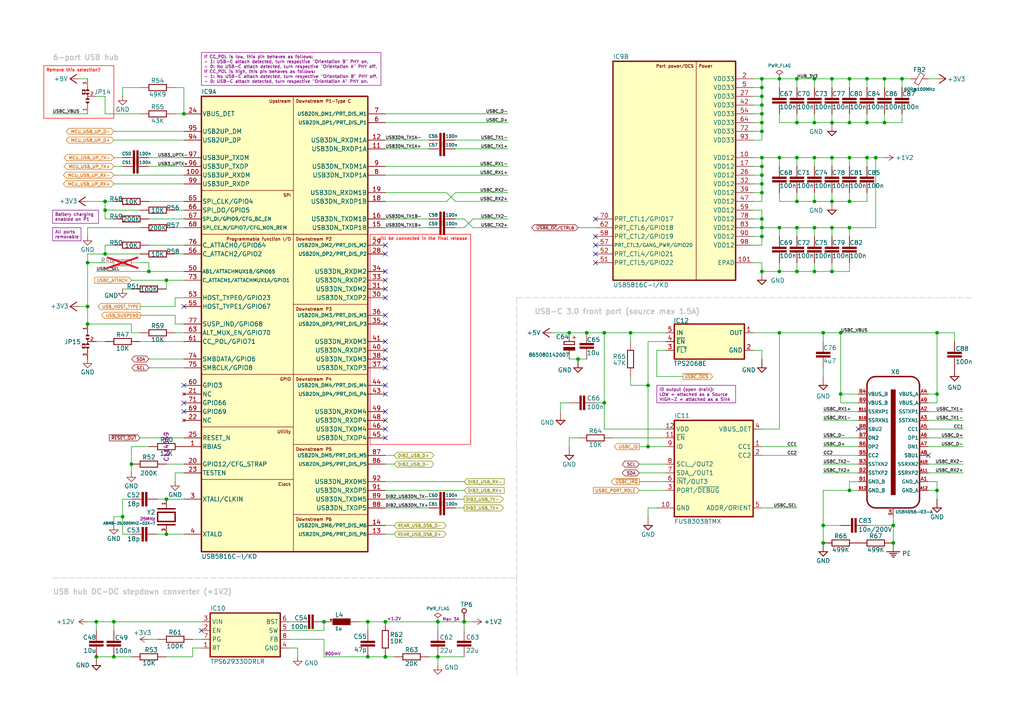
<source format=kicad_sch>
(kicad_sch (version 20250114) (generator "eeschema") (generator_version "9.0")
  (paper "A4")
  (title_block (title "${project_name}") (date "2025-10-13") (rev "${project_version}") (company "${project_creator}") (comment 1 "${project_license}") (comment 2 "${project_info}"))
  (text "Max 3A" (at 128.27 180.34 0) (effects (font (size 0.889 0.889)) (justify left bottom)))
  (text "+1.2V" (at 114.3 179.705 0) (effects (font (size 0.889 0.889))))
  (text "6-port USB hub" (at 15.24 17.78 0) (effects (font (size 1.524 1.524) (thickness 0.3048) (bold yes)) (justify left bottom)))
  (text "USB-C 3.0 front port (source max 1.5A)" (at 154.94 91.44 0) (effects (font (size 1.524 1.524) (thickness 0.3048) (bold yes)) (justify left bottom)))
  (text "USB hub DC-DC stepdown converter (+1V2)" (at 15.24 172.72 0) (effects (font (size 1.524 1.524) (thickness 0.3048) (bold yes)) (justify left bottom)))
  (text "800mV" (at 96.52 189.865 0) (effects (font (size 0.889 0.889))))
  (text_box "It will be connected in the final release" (at 107.315 67.945 0) (size 29.21 60.96) (margins 0.6668 0.6668 0.6668 0.6668) (stroke (width 0) (color 255 0 0 1)) (effects (font (size 0.889 0.889)) (justify left top)))
  (text_box "Battery charging enabled on P1 " (at 15.24 60.96 0) (size 13.335 3.81) (margins 0.6668 0.6668 0.6668 0.6668) (stroke (width 0) (color 132 0 132 1)) (effects (font (size 0.889 0.889)) (justify left top)))
  (text_box "If CC_POL is low, this pin behaves as follows:\n- 1: USB-C attach detected, turn respective \"Orientation B\" PHY on.\n- 0: No USB-C attach detected, turn respective \"Orientation A\" PHY off.\nIf CC_POL is high, this pin behaves as follows:\n- 1: No USB-C attach detected, turn respective \"Orientation B\" PHY off.\n- 0: USB-C attach detected, turn respective \"Orientation A\" PHY on." (at 58.42 15.24 0) (size 52.07 9.525) (margins 0.6668 0.6668 0.6668 0.6668) (stroke (width 0) (color 132 0 132 1)) (effects (font (size 0.889 0.889)) (justify left top)))
  (text_box "All ports removable" (at 15.24 66.04 0) (size 8.255 3.81) (margins 0.6668 0.6668 0.6668 0.6668) (stroke (width 0) (color 132 0 132 1)) (effects (font (size 0.889 0.889)) (justify left top)))
  (text_box "ID output (open drain):\nLOW = attached as a Source\nHIGH−Z = attached as a Sink" (at 190.5 111.76 0) (size 22.86 5.08) (margins 0.6668 0.6668 0.6668 0.6668) (stroke (width 0) (color 132 0 132 1)) (effects (font (size 0.889 0.889)) (justify left top)))
  (text_box "Remove this selection?" (at 12.7 19.05 0) (size 20.32 15.24) (margins 0.6668 0.6668 0.6668 0.6668) (stroke (width 0) (color 255 0 0 1)) (effects (font (size 0.889 0.889)) (justify left top)))
  (junction (at 226.06 96.52))
  (junction (at 30.48 58.42))
  (junction (at 220.98 63.5))
  (junction (at 241.3 58.42))
  (junction (at 187.96 129.54))
  (junction (at 111.76 180.34))
  (junction (at 48.26 154.94))
  (junction (at 220.98 27.94))
  (junction (at 220.98 45.72))
  (junction (at 220.98 33.02))
  (junction (at 127 180.34))
  (junction (at 220.98 78.74))
  (junction (at 241.3 45.72))
  (junction (at 220.98 55.88))
  (junction (at 48.26 81.28))
  (junction (at 231.14 45.72))
  (junction (at 25.4 88.9))
  (junction (at 241.3 22.86))
  (junction (at 35.56 149.86))
  (junction (at 220.98 50.8))
  (junction (at 220.98 30.48))
  (junction (at 33.02 190.5))
  (junction (at 165.1 96.52))
  (junction (at 226.06 66.04))
  (junction (at 271.78 142.24))
  (junction (at 111.76 190.5))
  (junction (at 238.76 157.48))
  (junction (at 134.62 180.34))
  (junction (at 238.76 96.52))
  (junction (at 182.88 96.52))
  (junction (at 175.26 96.52))
  (junction (at 256.54 22.86))
  (junction (at 43.18 78.74))
  (junction (at 175.26 116.84))
  (junction (at 167.64 104.14))
  (junction (at 25.4 76.2))
  (junction (at 220.98 38.1))
  (junction (at 251.46 22.86))
  (junction (at 226.06 45.72))
  (junction (at 231.14 35.56))
  (junction (at 226.06 78.74))
  (junction (at 246.38 45.72))
  (junction (at 127 190.5))
  (junction (at 238.76 152.4))
  (junction (at 256.54 35.56))
  (junction (at 236.22 78.74))
  (junction (at 226.06 22.86))
  (junction (at 251.46 45.72))
  (junction (at 271.78 114.3))
  (junction (at 251.46 35.56))
  (junction (at 236.22 58.42))
  (junction (at 38.1 134.62))
  (junction (at 236.22 22.86))
  (junction (at 53.34 33.02))
  (junction (at 246.38 22.86))
  (junction (at 170.18 96.52))
  (junction (at 259.08 157.48))
  (junction (at 241.3 66.04))
  (junction (at 231.14 22.86))
  (junction (at 106.68 180.34))
  (junction (at 231.14 66.04))
  (junction (at 236.22 66.04))
  (junction (at 231.14 78.74))
  (junction (at 220.98 53.34))
  (junction (at 27.94 180.34))
  (junction (at 220.98 48.26))
  (junction (at 236.22 35.56))
  (junction (at 271.78 96.52))
  (junction (at 220.98 66.04))
  (junction (at 33.02 180.34))
  (junction (at 220.98 68.58))
  (junction (at 48.26 144.78))
  (junction (at 241.3 78.74))
  (junction (at 243.84 114.3))
  (junction (at 246.38 58.42))
  (junction (at 30.48 73.66))
  (junction (at 231.14 58.42))
  (junction (at 220.98 35.56))
  (junction (at 93.98 180.34))
  (junction (at 246.38 35.56))
  (junction (at 106.68 190.5))
  (junction (at 220.98 25.4))
  (junction (at 27.94 190.5))
  (junction (at 254 45.72))
  (junction (at 261.62 22.86))
  (junction (at 236.22 45.72))
  (junction (at 220.98 22.86))
  (junction (at 187.96 111.76))
  (junction (at 246.38 66.04))
  (junction (at 30.48 60.96))
  (junction (at 241.3 35.56))
  (junction (at 259.08 152.4))
  (junction (at 243.84 96.52))
  (junction (at 246.38 142.24))
  (junction (at 25.4 93.98))
  (no_connect (at 53.34 116.84))
  (no_connect (at 111.76 91.44))
  (no_connect (at 111.76 111.76))
  (no_connect (at 111.76 81.28))
  (no_connect (at 111.76 78.74))
  (no_connect (at 111.76 121.92))
  (no_connect (at 111.76 106.68))
  (no_connect (at 269.24 132.08))
  (no_connect (at 111.76 104.14))
  (no_connect (at 111.76 114.3))
  (no_connect (at 53.34 88.9))
  (no_connect (at 53.34 119.38))
  (no_connect (at 111.76 127))
  (no_connect (at 111.76 86.36))
  (no_connect (at 111.76 124.46))
  (no_connect (at 172.72 71.12))
  (no_connect (at 58.42 182.88))
  (no_connect (at 111.76 83.82))
  (no_connect (at 172.72 76.2))
  (no_connect (at 172.72 73.66))
  (no_connect (at 172.72 68.58))
  (no_connect (at 111.76 101.6))
  (no_connect (at 111.76 99.06))
  (no_connect (at 111.76 71.12))
  (no_connect (at 172.72 63.5))
  (no_connect (at 111.76 119.38))
  (no_connect (at 111.76 93.98))
  (no_connect (at 248.92 124.46))
  (no_connect (at 111.76 73.66))
  (no_connect (at 53.34 111.76))
  (wire (pts (xy 162.56 116.84) (xy 162.56 119.38)))
  (wire (pts (xy 43.18 106.68) (xy 53.34 106.68)))
  (wire (pts (xy 40.64 91.44) (xy 50.8 91.44)))
  (wire (pts (xy 40.64 99.06) (xy 53.34 99.06)))
  (wire (pts (xy 231.14 76.2) (xy 231.14 78.74)))
  (polyline (pts (xy 149.86 86.36) (xy 281.94 86.36)) (stroke (width 0.1524) (type dash) (color 194 194 194 1)))
  (wire (pts (xy 254 45.72) (xy 256.54 45.72)))
  (wire (pts (xy 271.78 139.7) (xy 271.78 142.24)))
  (wire (pts (xy 248.92 116.84) (xy 243.84 116.84)))
  (wire (pts (xy 241.3 55.88) (xy 241.3 58.42)))
  (wire (pts (xy 236.22 45.72) (xy 236.22 48.26)))
  (wire (pts (xy 43.18 58.42) (xy 53.34 58.42)))
  (wire (pts (xy 25.4 73.66) (xy 25.4 76.2)))
  (wire (pts (xy 111.76 152.4) (xy 114.3 152.4)))
  (wire (pts (xy 220.98 66.04) (xy 220.98 68.58)))
  (wire (pts (xy 276.86 96.52) (xy 276.86 99.06)))
  (wire (pts (xy 220.98 76.2) (xy 220.98 78.74)))
  (wire (pts (xy 182.88 96.52) (xy 193.04 96.52)))
  (wire (pts (xy 134.62 66.04) (xy 137.16 63.5)))
  (wire (pts (xy 27.94 27.94) (xy 30.48 27.94)))
  (wire (pts (xy 246.38 142.24) (xy 248.92 142.24)))
  (wire (pts (xy 25.4 76.2) (xy 30.48 76.2)))
  (wire (pts (xy 127 190.5) (xy 134.62 190.5)) (stroke (width 0.1524)))
  (wire (pts (xy 220.98 66.04) (xy 226.06 66.04)))
  (wire (pts (xy 256.54 22.86) (xy 256.54 25.4)))
  (wire (pts (xy 33.02 45.72) (xy 35.56 45.72)))
  (wire (pts (xy 241.3 66.04) (xy 241.3 68.58)))
  (wire (pts (xy 279.4 127) (xy 269.24 127)))
  (wire (pts (xy 147.32 33.02) (xy 111.76 33.02)))
  (wire (pts (xy 271.78 139.7) (xy 269.24 139.7)))
  (wire (pts (xy 182.88 111.76) (xy 187.96 111.76)))
  (wire (pts (xy 43.18 63.5) (xy 53.34 63.5)))
  (wire (pts (xy 187.96 99.06) (xy 187.96 111.76)))
  (wire (pts (xy 220.98 48.26) (xy 220.98 50.8)))
  (wire (pts (xy 50.8 86.36) (xy 53.34 86.36)))
  (wire (pts (xy 167.64 104.14) (xy 170.18 104.14)))
  (wire (pts (xy 35.56 25.4) (xy 40.64 25.4)))
  (wire (pts (xy 127 180.34) (xy 134.62 180.34)) (stroke (width 0.1524)))
  (wire (pts (xy 55.88 187.96) (xy 55.88 190.5)))
  (wire (pts (xy 238.76 142.24) (xy 238.76 152.4)))
  (wire (pts (xy 40.64 88.9) (xy 50.8 88.9)))
  (wire (pts (xy 40.64 127) (xy 53.34 127)))
  (wire (pts (xy 256.54 35.56) (xy 261.62 35.56)))
  (wire (pts (xy 243.84 114.3) (xy 243.84 116.84)))
  (wire (pts (xy 43.18 45.72) (xy 53.34 45.72)))
  (wire (pts (xy 231.14 147.32) (xy 220.98 147.32)))
  (wire (pts (xy 187.96 99.06) (xy 193.04 99.06)))
  (wire (pts (xy 261.62 22.86) (xy 264.16 22.86)))
  (wire (pts (xy 226.06 78.74) (xy 231.14 78.74)))
  (wire (pts (xy 238.76 152.4) (xy 243.84 152.4)))
  (wire (pts (xy 218.44 40.64) (xy 220.98 40.64)))
  (wire (pts (xy 226.06 35.56) (xy 231.14 35.56)))
  (wire (pts (xy 220.98 63.5) (xy 220.98 66.04)))
  (wire (pts (xy 25.4 66.04) (xy 25.4 68.58)))
  (wire (pts (xy 226.06 45.72) (xy 231.14 45.72)))
  (wire (pts (xy 269.24 121.92) (xy 279.4 121.92)))
  (wire (pts (xy 30.48 71.12) (xy 30.48 73.66)))
  (wire (pts (xy 111.76 40.64) (xy 124.46 40.64)))
  (wire (pts (xy 190.5 101.6) (xy 193.04 101.6)))
  (wire (pts (xy 111.76 55.88) (xy 129.54 55.88)))
  (wire (pts (xy 251.46 152.4) (xy 259.08 152.4)))
  (wire (pts (xy 86.36 187.96) (xy 83.82 187.96)))
  (wire (pts (xy 218.44 96.52) (xy 226.06 96.52)))
  (wire (pts (xy 40.64 76.2) (xy 43.18 76.2)))
  (wire (pts (xy 132.08 147.32) (xy 134.62 147.32)))
  (wire (pts (xy 48.26 81.28) (xy 48.26 83.82)))
  (wire (pts (xy 269.24 124.46) (xy 279.4 124.46)))
  (wire (pts (xy 134.62 63.5) (xy 137.16 66.04)))
  (wire (pts (xy 106.68 180.34) (xy 111.76 180.34)) (stroke (width 0.1524)))
  (wire (pts (xy 231.14 78.74) (xy 236.22 78.74)))
  (wire (pts (xy 114.3 132.08) (xy 111.76 132.08)))
  (wire (pts (xy 134.62 180.34) (xy 137.16 180.34)))
  (wire (pts (xy 220.98 129.54) (xy 231.14 129.54)))
  (wire (pts (xy 236.22 35.56) (xy 241.3 35.56)))
  (wire (pts (xy 218.44 71.12) (xy 220.98 71.12)))
  (wire (pts (xy 236.22 22.86) (xy 236.22 25.4)))
  (wire (pts (xy 30.48 27.94) (xy 30.48 33.02)))
  (wire (pts (xy 246.38 45.72) (xy 246.38 48.26)))
  (wire (pts (xy 25.4 93.98) (xy 38.1 93.98)))
  (wire (pts (xy 35.56 154.94) (xy 38.1 154.94)))
  (wire (pts (xy 134.62 139.7) (xy 111.76 139.7)))
  (wire (pts (xy 33.02 182.88) (xy 33.02 180.34)) (stroke (width 0.1524)))
  (wire (pts (xy 43.18 71.12) (xy 53.34 71.12)))
  (wire (pts (xy 93.98 180.34) (xy 93.98 182.88)))
  (wire (pts (xy 261.62 33.02) (xy 261.62 35.56)))
  (wire (pts (xy 241.3 66.04) (xy 246.38 66.04)))
  (wire (pts (xy 218.44 76.2) (xy 220.98 76.2)))
  (wire (pts (xy 236.22 66.04) (xy 236.22 68.58)))
  (wire (pts (xy 218.44 58.42) (xy 220.98 58.42)))
  (wire (pts (xy 175.26 124.46) (xy 193.04 124.46)))
  (wire (pts (xy 15.24 33.02) (xy 25.4 33.02)))
  (wire (pts (xy 127 190.5) (xy 127 193.04)) (stroke (width 0.1524)))
  (wire (pts (xy 246.38 76.2) (xy 246.38 78.74)))
  (wire (pts (xy 27.94 78.74) (xy 43.18 78.74)))
  (wire (pts (xy 55.88 187.96) (xy 58.42 187.96)))
  (wire (pts (xy 55.88 185.42) (xy 58.42 185.42)))
  (wire (pts (xy 33.02 40.64) (xy 53.34 40.64)))
  (wire (pts (xy 220.98 35.56) (xy 220.98 38.1)))
  (wire (pts (xy 259.08 152.4) (xy 259.08 149.86)))
  (wire (pts (xy 226.06 66.04) (xy 231.14 66.04)))
  (wire (pts (xy 106.68 190.5) (xy 111.76 190.5)) (stroke (width 0.1524)))
  (wire (pts (xy 220.98 22.86) (xy 220.98 25.4)))
  (wire (pts (xy 271.78 22.86) (xy 269.24 22.86)))
  (wire (pts (xy 48.26 144.78) (xy 53.34 144.78)))
  (wire (pts (xy 220.98 45.72) (xy 220.98 48.26)))
  (wire (pts (xy 33.02 149.86) (xy 35.56 149.86)))
  (wire (pts (xy 111.76 43.18) (xy 124.46 43.18)))
  (wire (pts (xy 50.8 137.16) (xy 53.34 137.16)))
  (wire (pts (xy 33.02 48.26) (xy 35.56 48.26)))
  (polyline (pts (xy 149.86 129.54) (xy 149.86 167.64)) (stroke (width 0.1524) (type dash) (color 194 194 194 1)))
  (wire (pts (xy 43.18 185.42) (xy 45.72 185.42)))
  (wire (pts (xy 220.98 27.94) (xy 220.98 30.48)))
  (wire (pts (xy 226.06 66.04) (xy 226.06 68.58)))
  (wire (pts (xy 43.18 104.14) (xy 53.34 104.14)))
  (wire (pts (xy 246.38 45.72) (xy 251.46 45.72)))
  (wire (pts (xy 254 45.72) (xy 254 66.04)))
  (wire (pts (xy 218.44 48.26) (xy 220.98 48.26)))
  (wire (pts (xy 185.42 134.62) (xy 193.04 134.62)))
  (wire (pts (xy 241.3 22.86) (xy 241.3 25.4)))
  (wire (pts (xy 248.92 129.54) (xy 238.76 129.54)))
  (wire (pts (xy 50.8 93.98) (xy 53.34 93.98)))
  (wire (pts (xy 279.4 137.16) (xy 269.24 137.16)))
  (wire (pts (xy 48.26 154.94) (xy 53.34 154.94)))
  (wire (pts (xy 165.1 127) (xy 165.1 129.54)))
  (wire (pts (xy 86.36 187.96) (xy 86.36 190.5)))
  (wire (pts (xy 271.78 96.52) (xy 271.78 114.3)))
  (wire (pts (xy 185.42 139.7) (xy 193.04 139.7)))
  (wire (pts (xy 218.44 35.56) (xy 220.98 35.56)))
  (wire (pts (xy 27.94 180.34) (xy 33.02 180.34)) (stroke (width 0.1524)))
  (wire (pts (xy 132.08 144.78) (xy 134.62 144.78)))
  (polyline (pts (xy 15.24 167.64) (xy 149.86 167.64)) (stroke (width 0.1524) (type dash) (color 194 194 194 1)))
  (wire (pts (xy 246.38 55.88) (xy 246.38 58.42)))
  (wire (pts (xy 167.64 104.14) (xy 165.1 104.14)))
  (wire (pts (xy 220.98 55.88) (xy 220.98 58.42)))
  (wire (pts (xy 111.76 190.5) (xy 114.3 190.5)) (stroke (width 0.1524)))
  (wire (pts (xy 248.92 121.92) (xy 238.76 121.92)))
  (wire (pts (xy 38.1 81.28) (xy 48.26 81.28)))
  (wire (pts (xy 231.14 22.86) (xy 231.14 25.4)))
  (wire (pts (xy 165.1 127) (xy 167.64 127)))
  (wire (pts (xy 22.86 22.86) (xy 25.4 22.86)))
  (wire (pts (xy 190.5 109.22) (xy 198.12 109.22)))
  (wire (pts (xy 83.82 180.34) (xy 86.36 180.34)))
  (wire (pts (xy 236.22 78.74) (xy 241.3 78.74)))
  (wire (pts (xy 25.4 66.04) (xy 40.64 66.04)))
  (wire (pts (xy 246.38 139.7) (xy 246.38 142.24)))
  (polyline (pts (xy 149.86 167.64) (xy 149.86 195.58)) (stroke (width 0.1524) (type dash) (color 194 194 194 1)))
  (wire (pts (xy 220.98 101.6) (xy 218.44 101.6)))
  (wire (pts (xy 35.56 25.4) (xy 35.56 27.94)))
  (wire (pts (xy 248.92 119.38) (xy 238.76 119.38)))
  (wire (pts (xy 43.18 48.26) (xy 53.34 48.26)))
  (wire (pts (xy 38.1 129.54) (xy 38.1 134.62)))
  (polyline (pts (xy 149.86 129.54) (xy 149.86 129.54)) (stroke (width 0.1524) (type dash) (color 194 194 194 1)))
  (wire (pts (xy 220.98 45.72) (xy 226.06 45.72)))
  (wire (pts (xy 243.84 96.52) (xy 243.84 114.3)))
  (wire (pts (xy 218.44 27.94) (xy 220.98 27.94)))
  (wire (pts (xy 187.96 147.32) (xy 190.5 147.32)))
  (wire (pts (xy 236.22 58.42) (xy 241.3 58.42)))
  (wire (pts (xy 137.16 63.5) (xy 147.32 63.5)))
  (wire (pts (xy 218.44 66.04) (xy 220.98 66.04)))
  (wire (pts (xy 246.38 66.04) (xy 254 66.04)))
  (wire (pts (xy 241.3 45.72) (xy 246.38 45.72)))
  (wire (pts (xy 220.98 68.58) (xy 220.98 71.12)))
  (wire (pts (xy 187.96 111.76) (xy 187.96 129.54)))
  (wire (pts (xy 35.56 83.82) (xy 38.1 83.82)))
  (wire (pts (xy 218.44 55.88) (xy 220.98 55.88)))
  (wire (pts (xy 50.8 66.04) (xy 53.34 66.04)))
  (wire (pts (xy 182.88 96.52) (xy 182.88 99.06)))
  (wire (pts (xy 175.26 96.52) (xy 182.88 96.52)))
  (wire (pts (xy 220.98 30.48) (xy 220.98 33.02)))
  (wire (pts (xy 160.02 96.52) (xy 165.1 96.52)))
  (wire (pts (xy 132.08 58.42) (xy 147.32 58.42)))
  (wire (pts (xy 241.3 33.02) (xy 241.3 35.56)))
  (wire (pts (xy 261.62 22.86) (xy 261.62 25.4)))
  (wire (pts (xy 271.78 142.24) (xy 269.24 142.24)))
  (wire (pts (xy 25.4 73.66) (xy 30.48 73.66)))
  (wire (pts (xy 236.22 55.88) (xy 236.22 58.42)))
  (wire (pts (xy 256.54 33.02) (xy 256.54 35.56)))
  (wire (pts (xy 231.14 66.04) (xy 231.14 68.58)))
  (wire (pts (xy 30.48 73.66) (xy 40.64 73.66)))
  (wire (pts (xy 185.42 142.24) (xy 193.04 142.24)))
  (wire (pts (xy 246.38 35.56) (xy 251.46 35.56)))
  (wire (pts (xy 38.1 96.52) (xy 40.64 96.52)))
  (wire (pts (xy 33.02 53.34) (xy 53.34 53.34)))
  (wire (pts (xy 279.4 129.54) (xy 269.24 129.54)))
  (wire (pts (xy 269.24 134.62) (xy 279.4 134.62)))
  (wire (pts (xy 236.22 33.02) (xy 236.22 35.56)))
  (wire (pts (xy 251.46 22.86) (xy 256.54 22.86)))
  (wire (pts (xy 190.5 101.6) (xy 190.5 109.22)))
  (wire (pts (xy 38.1 93.98) (xy 38.1 96.52)))
  (wire (pts (xy 256.54 22.86) (xy 261.62 22.86)))
  (wire (pts (xy 241.3 78.74) (xy 246.38 78.74)))
  (wire (pts (xy 83.82 182.88) (xy 93.98 182.88)))
  (wire (pts (xy 165.1 96.52) (xy 170.18 96.52)))
  (wire (pts (xy 48.26 81.28) (xy 53.34 81.28)))
  (wire (pts (xy 236.22 66.04) (xy 241.3 66.04)))
  (wire (pts (xy 271.78 114.3) (xy 271.78 116.84)))
  (wire (pts (xy 38.1 129.54) (xy 43.18 129.54)))
  (wire (pts (xy 175.26 96.52) (xy 175.26 116.84)))
  (wire (pts (xy 35.56 149.86) (xy 35.56 154.94)))
  (wire (pts (xy 226.06 22.86) (xy 231.14 22.86)))
  (wire (pts (xy 93.98 190.5) (xy 106.68 190.5)))
  (wire (pts (xy 50.8 33.02) (xy 53.34 33.02)))
  (wire (pts (xy 132.08 63.5) (xy 134.62 63.5)))
  (wire (pts (xy 53.34 25.4) (xy 50.8 25.4)))
  (wire (pts (xy 271.78 96.52) (xy 276.86 96.52)))
  (wire (pts (xy 246.38 66.04) (xy 246.38 68.58)))
  (wire (pts (xy 251.46 22.86) (xy 251.46 25.4)))
  (wire (pts (xy 182.88 109.22) (xy 182.88 111.76)))
  (wire (pts (xy 111.76 63.5) (xy 124.46 63.5)))
  (wire (pts (xy 218.44 60.96) (xy 220.98 60.96)))
  (wire (pts (xy 147.32 40.64) (xy 132.08 40.64)))
  (wire (pts (xy 33.02 180.34) (xy 58.42 180.34)) (stroke (width 0.1524)))
  (wire (pts (xy 218.44 22.86) (xy 220.98 22.86)))
  (wire (pts (xy 259.08 152.4) (xy 259.08 157.48)))
  (wire (pts (xy 170.18 96.52) (xy 175.26 96.52)))
  (wire (pts (xy 279.4 119.38) (xy 269.24 119.38)))
  (wire (pts (xy 220.98 50.8) (xy 220.98 53.34)))
  (wire (pts (xy 30.48 60.96) (xy 30.48 63.5)))
  (wire (pts (xy 218.44 30.48) (xy 220.98 30.48)))
  (wire (pts (xy 251.46 33.02) (xy 251.46 35.56)))
  (wire (pts (xy 43.18 78.74) (xy 53.34 78.74)))
  (wire (pts (xy 30.48 60.96) (xy 40.64 60.96)))
  (wire (pts (xy 111.76 154.94) (xy 114.3 154.94)))
  (wire (pts (xy 218.44 33.02) (xy 220.98 33.02)))
  (wire (pts (xy 238.76 152.4) (xy 238.76 157.48)) (stroke (width 0.1524)))
  (wire (pts (xy 132.08 66.04) (xy 134.62 66.04)))
  (wire (pts (xy 30.48 71.12) (xy 33.02 71.12)))
  (wire (pts (xy 177.8 127) (xy 193.04 127)))
  (wire (pts (xy 185.42 129.54) (xy 187.96 129.54)))
  (wire (pts (xy 43.18 76.2) (xy 43.18 78.74)))
  (wire (pts (xy 218.44 68.58) (xy 220.98 68.58)))
  (wire (pts (xy 30.48 33.02) (xy 40.64 33.02)))
  (wire (pts (xy 226.06 55.88) (xy 226.06 58.42)))
  (wire (pts (xy 106.68 180.34) (xy 106.68 182.88)) (stroke (width 0.1524)))
  (wire (pts (xy 132.08 55.88) (xy 129.54 58.42)))
  (wire (pts (xy 93.98 185.42) (xy 93.98 190.5)))
  (wire (pts (xy 147.32 50.8) (xy 111.76 50.8)))
  (wire (pts (xy 218.44 45.72) (xy 220.98 45.72)))
  (wire (pts (xy 127 182.88) (xy 127 180.34)) (stroke (width 0.1524)))
  (wire (pts (xy 246.38 22.86) (xy 246.38 25.4)))
  (wire (pts (xy 30.48 58.42) (xy 33.02 58.42)))
  (wire (pts (xy 231.14 58.42) (xy 236.22 58.42)))
  (wire (pts (xy 218.44 38.1) (xy 220.98 38.1)))
  (wire (pts (xy 220.98 104.14) (xy 220.98 101.6)))
  (wire (pts (xy 33.02 190.5) (xy 38.1 190.5)))
  (wire (pts (xy 185.42 137.16) (xy 193.04 137.16)))
  (wire (pts (xy 241.3 58.42) (xy 246.38 58.42)))
  (wire (pts (xy 248.92 114.3) (xy 243.84 114.3)))
  (wire (pts (xy 129.54 55.88) (xy 132.08 58.42)))
  (wire (pts (xy 218.44 50.8) (xy 220.98 50.8)))
  (wire (pts (xy 231.14 35.56) (xy 236.22 35.56)))
  (wire (pts (xy 134.62 142.24) (xy 111.76 142.24)))
  (wire (pts (xy 147.32 35.56) (xy 111.76 35.56)))
  (wire (pts (xy 238.76 132.08) (xy 248.92 132.08)))
  (wire (pts (xy 231.14 45.72) (xy 231.14 48.26)))
  (wire (pts (xy 231.14 66.04) (xy 236.22 66.04)))
  (wire (pts (xy 33.02 38.1) (xy 53.34 38.1)))
  (wire (pts (xy 220.98 33.02) (xy 220.98 35.56)))
  (wire (pts (xy 220.98 25.4) (xy 220.98 27.94)))
  (wire (pts (xy 231.14 33.02) (xy 231.14 35.56)))
  (wire (pts (xy 220.98 132.08) (xy 231.14 132.08)))
  (wire (pts (xy 241.3 35.56) (xy 246.38 35.56)))
  (wire (pts (xy 218.44 63.5) (xy 220.98 63.5)))
  (wire (pts (xy 236.22 76.2) (xy 236.22 78.74)))
  (wire (pts (xy 187.96 129.54) (xy 193.04 129.54)))
  (wire (pts (xy 27.94 182.88) (xy 27.94 180.34)) (stroke (width 0.1524)))
  (wire (pts (xy 271.78 116.84) (xy 269.24 116.84)))
  (wire (pts (xy 220.98 53.34) (xy 220.98 55.88)))
  (wire (pts (xy 25.4 76.2) (xy 25.4 88.9)))
  (wire (pts (xy 27.94 99.06) (xy 30.48 99.06)))
  (wire (pts (xy 50.8 91.44) (xy 50.8 93.98)))
  (wire (pts (xy 147.32 48.26) (xy 111.76 48.26)))
  (wire (pts (xy 187.96 147.32) (xy 187.96 149.86)))
  (wire (pts (xy 246.38 58.42) (xy 251.46 58.42)))
  (wire (pts (xy 238.76 142.24) (xy 246.38 142.24)))
  (wire (pts (xy 50.8 60.96) (xy 53.34 60.96)))
  (wire (pts (xy 45.72 144.78) (xy 48.26 144.78)))
  (wire (pts (xy 30.48 63.5) (xy 33.02 63.5)))
  (wire (pts (xy 48.26 190.5) (xy 55.88 190.5)))
  (wire (pts (xy 238.76 96.52) (xy 238.76 99.06)))
  (wire (pts (xy 104.14 180.34) (xy 106.68 180.34)) (stroke (width 0.1524)))
  (wire (pts (xy 243.84 96.52) (xy 271.78 96.52)))
  (wire (pts (xy 38.1 134.62) (xy 38.1 137.16)))
  (wire (pts (xy 50.8 86.36) (xy 50.8 88.9)))
  (wire (pts (xy 246.38 139.7) (xy 248.92 139.7)))
  (wire (pts (xy 25.4 88.9) (xy 25.4 93.98)))
  (wire (pts (xy 248.92 137.16) (xy 238.76 137.16)))
  (wire (pts (xy 248.92 134.62) (xy 238.76 134.62)))
  (wire (pts (xy 231.14 22.86) (xy 236.22 22.86)))
  (wire (pts (xy 231.14 45.72) (xy 236.22 45.72)))
  (wire (pts (xy 226.06 45.72) (xy 226.06 48.26)))
  (wire (pts (xy 220.98 124.46) (xy 226.06 124.46)))
  (wire (pts (xy 50.8 96.52) (xy 53.34 96.52)))
  (wire (pts (xy 137.16 66.04) (xy 147.32 66.04)))
  (wire (pts (xy 271.78 142.24) (xy 271.78 144.78)))
  (wire (pts (xy 220.98 38.1) (xy 220.98 40.64)))
  (wire (pts (xy 226.06 96.52) (xy 226.06 124.46)))
  (wire (pts (xy 238.76 106.68) (xy 238.76 109.22)))
  (wire (pts (xy 251.46 45.72) (xy 251.46 48.26)))
  (wire (pts (xy 236.22 22.86) (xy 241.3 22.86)))
  (wire (pts (xy 33.02 50.8) (xy 53.34 50.8)))
  (wire (pts (xy 175.26 116.84) (xy 175.26 124.46)))
  (wire (pts (xy 226.06 22.86) (xy 226.06 25.4)))
  (wire (pts (xy 147.32 43.18) (xy 132.08 43.18)))
  (wire (pts (xy 25.4 180.34) (xy 27.94 180.34)) (stroke (width 0.1524)))
  (wire (pts (xy 111.76 144.78) (xy 124.46 144.78)))
  (wire (pts (xy 33.02 149.86) (xy 33.02 152.4)))
  (wire (pts (xy 50.8 73.66) (xy 53.34 73.66)))
  (wire (pts (xy 35.56 144.78) (xy 38.1 144.78)))
  (wire (pts (xy 238.76 96.52) (xy 243.84 96.52)))
  (wire (pts (xy 45.72 154.94) (xy 48.26 154.94)))
  (wire (pts (xy 220.98 60.96) (xy 220.98 63.5)))
  (wire (pts (xy 162.56 116.84) (xy 165.1 116.84)))
  (wire (pts (xy 226.06 58.42) (xy 231.14 58.42)))
  (wire (pts (xy 111.76 180.34) (xy 127 180.34)) (stroke (width 0.1524)))
  (wire (pts (xy 218.44 25.4) (xy 220.98 25.4)))
  (wire (pts (xy 172.72 116.84) (xy 175.26 116.84)))
  (wire (pts (xy 246.38 33.02) (xy 246.38 35.56)))
  (wire (pts (xy 218.44 53.34) (xy 220.98 53.34)))
  (wire (pts (xy 220.98 78.74) (xy 226.06 78.74)))
  (wire (pts (xy 167.64 66.04) (xy 172.72 66.04)))
  (wire (pts (xy 231.14 55.88) (xy 231.14 58.42)))
  (wire (pts (xy 241.3 22.86) (xy 246.38 22.86)))
  (wire (pts (xy 226.06 76.2) (xy 226.06 78.74)))
  (wire (pts (xy 35.56 144.78) (xy 35.56 149.86)))
  (wire (pts (xy 271.78 114.3) (xy 269.24 114.3)))
  (wire (pts (xy 226.06 33.02) (xy 226.06 35.56)))
  (wire (pts (xy 27.94 190.5) (xy 33.02 190.5)) (stroke (width 0.1524)))
  (wire (pts (xy 111.76 58.42) (xy 129.54 58.42)))
  (wire (pts (xy 111.76 147.32) (xy 124.46 147.32)))
  (wire (pts (xy 48.26 134.62) (xy 53.34 134.62)))
  (wire (pts (xy 111.76 66.04) (xy 124.46 66.04)))
  (wire (pts (xy 83.82 185.42) (xy 93.98 185.42)))
  (wire (pts (xy 50.8 137.16) (xy 50.8 139.7)))
  (wire (pts (xy 220.98 22.86) (xy 226.06 22.86)))
  (wire (pts (xy 251.46 35.56) (xy 256.54 35.56)))
  (wire (pts (xy 241.3 45.72) (xy 241.3 48.26)))
  (wire (pts (xy 25.4 58.42) (xy 30.48 58.42)))
  (wire (pts (xy 236.22 45.72) (xy 241.3 45.72)))
  (wire (pts (xy 22.86 88.9) (xy 25.4 88.9)))
  (wire (pts (xy 132.08 55.88) (xy 147.32 55.88)))
  (wire (pts (xy 134.62 180.34) (xy 134.62 182.88)) (stroke (width 0.1524)))
  (wire (pts (xy 241.3 76.2) (xy 241.3 78.74)))
  (wire (pts (xy 226.06 96.52) (xy 238.76 96.52)))
  (wire (pts (xy 124.46 190.5) (xy 127 190.5)))
  (wire (pts (xy 114.3 134.62) (xy 111.76 134.62)))
  (wire (pts (xy 246.38 22.86) (xy 251.46 22.86)))
  (wire (pts (xy 251.46 55.88) (xy 251.46 58.42)))
  (polyline (pts (xy 149.86 86.36) (xy 149.86 129.54)) (stroke (width 0.1524) (type dash) (color 194 194 194 1)))
  (wire (pts (xy 251.46 45.72) (xy 254 45.72)))
  (wire (pts (xy 30.48 58.42) (xy 30.48 60.96)))
  (wire (pts (xy 248.92 127) (xy 238.76 127)))
  (wire (pts (xy 53.34 25.4) (xy 53.34 33.02)))
  (label "USBC_RX1-" (at 238.76 121.92 0) (effects (font (size 0.889 0.889))))
  (label "USBC_SEL" (at 27.94 78.74 0) (effects (font (size 0.889 0.889))))
  (label "USBC_RX1+" (at 238.76 119.38 0) (effects (font (size 0.889 0.889))))
  (label "DIB2_USB3DN_TX-" (at 111.76 144.78 0) (effects (font (size 0.889 0.889))))
  (label "USBC_D-" (at 279.4 129.54 180) (effects (font (size 0.889 0.889))))
  (label "USB3DN_TX1A-" (at 111.76 40.64 0) (effects (font (size 0.889 0.889))))
  (label "USBC_D-" (at 238.76 127 0) (effects (font (size 0.889 0.889))))
  (label "USBC_D+" (at 279.4 127 180) (effects (font (size 0.889 0.889))))
  (label "USB3DN_TX1B-" (at 111.76 63.5 0) (effects (font (size 0.889 0.889))))
  (label "USBC_SEL" (at 231.14 147.32 180) (effects (font (size 0.889 0.889))))
  (label "USBC_VBUS" (at 243.84 96.52 0) (effects (font (size 0.889 0.889))))
  (label "USBC_TX2-" (at 238.76 134.62 0) (effects (font (size 0.889 0.889))))
  (label "USB3_UPTX+" (at 45.72 48.26 0) (effects (font (size 0.889 0.889))))
  (label "USBC_RX2-" (at 147.32 55.88 180) (effects (font (size 0.889 0.889))))
  (label "CC2" (at 231.14 132.08 180) (effects (font (size 0.889 0.889))))
  (label "USBC_RX1-" (at 147.32 48.26 180) (effects (font (size 0.889 0.889))))
  (label "USBC_RX2-" (at 279.4 134.62 180) (effects (font (size 0.889 0.889))))
  (label "USBC_D-" (at 147.32 33.02 180) (effects (font (size 0.889 0.889))))
  (label "USBC_VBUS" (at 15.24 33.02 0) (effects (font (size 0.889 0.889))))
  (label "CC2" (at 238.76 132.08 0) (effects (font (size 0.889 0.889))))
  (label "CC1" (at 279.4 124.46 180) (effects (font (size 0.889 0.889))))
  (label "USBC_TX1-" (at 279.4 121.92 180) (effects (font (size 0.889 0.889))))
  (label "USBC_TX1+" (at 279.4 119.38 180) (effects (font (size 0.889 0.889))))
  (label "USBC_RX2+" (at 147.32 58.42 180) (effects (font (size 0.889 0.889))))
  (label "DIB2_USB3DN_TX+" (at 111.76 147.32 0) (effects (font (size 0.889 0.889))))
  (label "USB3DN_TX1A+" (at 111.76 43.18 0) (effects (font (size 0.889 0.889))))
  (label "USB3_UPTX-" (at 45.72 45.72 0) (effects (font (size 0.889 0.889))))
  (label "USBC_TX1+" (at 147.32 43.18 180) (effects (font (size 0.889 0.889))))
  (label "USBC_D+" (at 147.32 35.56 180) (effects (font (size 0.889 0.889))))
  (label "USBC_TX1-" (at 147.32 40.64 180) (effects (font (size 0.889 0.889))))
  (label "USB3DN_TX1B+" (at 111.76 66.04 0) (effects (font (size 0.889 0.889))))
  (label "USBC_TX2+" (at 238.76 137.16 0) (effects (font (size 0.889 0.889))))
  (label "USBC_RX1+" (at 147.32 50.8 180) (effects (font (size 0.889 0.889))))
  (label "USBC_RX2+" (at 279.4 137.16 180) (effects (font (size 0.889 0.889))))
  (label "USBC_D+" (at 238.76 129.54 0) (effects (font (size 0.889 0.889))))
  (label "HUB_3V3" (at 231.14 22.86 0) (effects (font (size 0.889 0.889))))
  (label "USBC_TX2+" (at 147.32 66.04 180) (effects (font (size 0.889 0.889))))
  (label "USBC_TX2-" (at 147.32 63.5 180) (effects (font (size 0.889 0.889))))
  (label "CC1" (at 231.14 129.54 180) (effects (font (size 0.889 0.889))))
  (global_label "MCU_USB_UP_D-" (shape bidirectional) (at 33.02 38.1 180) (effects (font (size 0.889 0.889))) (property "Intersheetrefs" "${INTERSHEET_REFS}" (effects (hide yes))))
  (global_label "DIB2_USB_RX+" (shape input) (at 134.62 142.24 0) (effects (font (size 0.889 0.889))) (property "Intersheetrefs" "${INTERSHEET_REFS}" (effects (hide yes))))
  (global_label "SDA" (shape bidirectional) (at 43.18 104.14 180) (effects (font (size 0.889 0.889))) (property "Intersheetrefs" "${INTERSHEET_REFS}" (effects (hide yes))))
  (global_label "MCU_USB_UP_RX+" (shape bidirectional) (at 33.02 53.34 180) (effects (font (size 0.889 0.889))) (property "Intersheetrefs" "${INTERSHEET_REFS}" (effects (hide yes))))
  (global_label "SDA" (shape bidirectional) (at 185.42 137.16 180) (effects (font (size 0.889 0.889))) (property "Intersheetrefs" "${INTERSHEET_REFS}" (effects (hide yes))))
  (global_label "SCL" (shape bidirectional) (at 43.18 106.68 180) (effects (font (size 0.889 0.889))) (property "Intersheetrefs" "${INTERSHEET_REFS}" (effects (hide yes))))
  (global_label "USB_SUSPEND" (shape output) (at 40.64 91.44 180) (effects (font (size 0.889 0.889))) (property "Intersheetrefs" "${INTERSHEET_REFS}" (effects (hide yes))))
  (global_label "DIB2_USB_TX-" (shape output) (at 134.62 144.78 0) (effects (font (size 0.889 0.889))) (property "Intersheetrefs" "${INTERSHEET_REFS}" (effects (hide yes))))
  (global_label "REAR_USB_DS6_D-" (shape bidirectional) (at 114.3 152.4 0) (effects (font (size 0.889 0.889))) (property "Intersheetrefs" "${INTERSHEET_REFS}" (effects (hide yes))))
  (global_label "SCL" (shape bidirectional) (at 185.42 134.62 180) (effects (font (size 0.889 0.889))) (property "Intersheetrefs" "${INTERSHEET_REFS}" (effects (hide yes))))
  (global_label "DIB2_USB_TX+" (shape output) (at 134.62 147.32 0) (effects (font (size 0.889 0.889))) (property "Intersheetrefs" "${INTERSHEET_REFS}" (effects (hide yes))))
  (global_label "USB_HOST_TYPE" (shape output) (at 40.64 88.9 180) (effects (font (size 0.889 0.889))) (property "Intersheetrefs" "${INTERSHEET_REFS}" (effects (hide yes))))
  (global_label "REAR_USB_DS6_D+" (shape bidirectional) (at 114.3 154.94 0) (effects (font (size 0.889 0.889))) (property "Intersheetrefs" "${INTERSHEET_REFS}" (effects (hide yes))))
  (global_label "MCU_USB_UP_RX-" (shape bidirectional) (at 33.02 50.8 180) (effects (font (size 0.889 0.889))) (property "Intersheetrefs" "${INTERSHEET_REFS}" (effects (hide yes))))
  (global_label "USBC_PORT_ROLE" (shape input) (at 185.42 142.24 180) (effects (font (size 0.889 0.889))) (property "Intersheetrefs" "${INTERSHEET_REFS}" (effects (hide yes))))
  (global_label "DIB2_USB_RX-" (shape input) (at 134.62 139.7 0) (effects (font (size 0.889 0.889))) (property "Intersheetrefs" "${INTERSHEET_REFS}" (effects (hide yes))))
  (global_label "DIB2_USB_D+" (shape bidirectional) (at 114.3 132.08 0) (effects (font (size 0.889 0.889))) (property "Intersheetrefs" "${INTERSHEET_REFS}" (effects (hide yes))))
  (global_label "~{USBC_OCS}" (shape output) (at 198.12 109.22 0) (effects (font (size 0.889 0.889))) (property "Intersheetrefs" "${INTERSHEET_REFS}" (effects (hide yes))))
  (global_label "MCU_USB_UP_D+" (shape bidirectional) (at 33.02 40.64 180) (effects (font (size 0.889 0.889))) (property "Intersheetrefs" "${INTERSHEET_REFS}" (effects (hide yes))))
  (global_label "~{RESET_OUT}" (shape input) (at 40.64 127 180) (effects (font (size 0.889 0.889))) (property "Intersheetrefs" "${INTERSHEET_REFS}" (effects (hide yes))))
  (global_label "~{USB6_OC}{slash}CTRL6" (shape bidirectional) (at 167.64 66.04 180) (effects (font (size 0.889 0.889))) (property "Intersheetrefs" "${INTERSHEET_REFS}" (effects (hide yes))))
  (global_label "MCU_USB_UP_TX-" (shape bidirectional) (at 33.02 45.72 180) (effects (font (size 0.889 0.889))) (property "Intersheetrefs" "${INTERSHEET_REFS}" (effects (hide yes))))
  (global_label "USBC_ATTACH" (shape input) (at 38.1 81.28 180) (effects (font (size 0.889 0.889))) (property "Intersheetrefs" "${INTERSHEET_REFS}" (effects (hide yes))))
  (global_label "USBC_ID" (shape output) (at 185.42 129.54 180) (effects (font (size 0.889 0.889))) (property "Intersheetrefs" "${INTERSHEET_REFS}" (effects (hide yes))))
  (global_label "~{USBC_IRQ}" (shape output) (at 185.42 139.7 180) (effects (font (size 0.889 0.889))) (property "Intersheetrefs" "${INTERSHEET_REFS}" (effects (hide yes))))
  (global_label "MCU_USB_UP_TX+" (shape bidirectional) (at 33.02 48.26 180) (effects (font (size 0.889 0.889))) (property "Intersheetrefs" "${INTERSHEET_REFS}" (effects (hide yes))))
  (global_label "DIB2_USB_D-" (shape bidirectional) (at 114.3 134.62 0) (effects (font (size 0.889 0.889))) (property "Intersheetrefs" "${INTERSHEET_REFS}" (effects (hide yes))))
  (symbol (lib_name "R-EU_1") (lib_id "PCM_EEZ_passives:R-EU") (at 38.1 63.5 270) (mirror x) (unit 1)
    (property "Reference" "R49" (at 33.655 63.5 90) (effects (justify top)))
    (property "Value" "200K" (at 38.1 62.865 90) (effects (justify bottom)))
    (property "Footprint" "PCM_EEZ_passives:R_0603_1608Metric" (effects (hide yes)))
    (property "TME" "SMD0603-200K-1%" (effects (hide yes)))
  )
  (symbol (lib_id "PCM_EEZ_passives:C-EU") (at 40.64 144.78 90) (mirror x) (unit 1)
    (property "Reference" "C52" (at 40.64 142.875 90) (effects (justify left top)))
    (property "Value" "18p" (at 40.64 145.415 90) (effects (justify left top)))
    (property "Footprint" "PCM_EEZ_passives:C_0603_1608Metric" (effects (hide yes)))
    (property "TME" "CL10C180JB8NNNC" (effects (hide yes)))
    (property "DigiKey" "1276-1089-1-ND" (effects (hide yes)))
    (property "Mouser" "187-CL10C180JB8NNNC" (effects (hide yes)))
    (property "LCSC" "C1647" (effects (hide yes)))
  )
  (symbol (lib_name "R-EU_2") (lib_id "PCM_EEZ_passives:R-EU") (at 43.18 83.82 90) (mirror x) (unit 1)
    (property "Reference" "R51" (at 40.64 83.82 90) (effects (justify left bottom)))
    (property "Value" "100K" (at 43.18 83.185 90) (effects (justify top)))
    (property "Footprint" "PCM_EEZ_passives:R_0603_1608Metric" (effects (hide yes)))
    (property "DigiKey" "311-100KHRCT-ND" (effects (hide yes)))
    (property "Mouser" "603-RC0603FR-07100KL" (effects (hide yes)))
    (property "TME" "SMD0603-100K-1%" (effects (hide yes)))
    (property "LCSC" "C14675" (effects (hide yes)))
  )
  (symbol (lib_id "PCM_EEZ_passives:C-EU") (at 127 43.18 90) (mirror x) (unit 1)
    (property "Reference" "C57" (at 127 42.545 90) (effects (font (size 0.889 0.889)) (justify left bottom)))
    (property "Value" "100n" (at 132.715 42.545 90) (effects (font (size 0.889 0.889)) (justify left bottom)))
    (property "Footprint" "PCM_EEZ_passives:C_0603_1608Metric" (effects (hide yes)))
    (property "DigiKey" "490-4774-1-ND" (effects (hide yes)))
    (property "Mouser" "80-C0603C104M4R" (effects (hide yes)))
    (property "TME" "CL10B104KA8NNNC" (effects (hide yes)))
    (property "LCSC" "C1590" (effects (hide yes)))
  )
  (symbol (lib_id "PCM_EEZ_symbols:GND") (at 187.96 152.4 0) (unit 1)
    (property "Reference" "#GND06" (effects (hide yes)))
    (property "Value" "GND" (at 187.96 154.305 0) (effects (justify top)))
  )
  (symbol (lib_id "PCM_EEZ_TI:TPS2068EDBVR") (at 205.74 99.06 0) (unit 1)
    (property "Reference" "IC12" (at 195.326 93.726 0) (effects (justify left bottom)))
    (property "Value" "TPS2068E" (at 195.326 106.172 0) (effects (justify left bottom)))
    (property "Footprint" "PCM_EEZ_SMD:DBV5" (effects (hide yes)))
    (property "Description" "1.5-A loading 2.7-V to 5.5-V 70-mΩ USB power switch, EN active low" (effects (hide yes)))
    (property "DigiKey" "296-TPS2068EDBVRCT-ND" (effects (hide yes)))
    (property "Mouser" "595-TPS2068EDBVR" (effects (hide yes)))
    (property "TME" "-" (effects (hide yes)))
    (property "LCSC" "C19272843" (effects (hide yes)))
  )
  (symbol (lib_id "PCM_EEZ_passives:C-EU") (at 226.06 71.12 0) (mirror y) (unit 1)
    (property "Reference" "C69" (at 226.06 71.12 0) (effects (justify right bottom)))
    (property "Value" "100n" (at 226.06 74.93 0) (effects (justify right bottom)))
    (property "Footprint" "PCM_EEZ_passives:C_0603_1608Metric" (effects (hide yes)))
    (property "DigiKey" "490-4774-1-ND" (effects (hide yes)))
    (property "Mouser" "80-C0603C104M4R" (effects (hide yes)))
    (property "TME" "CL10B104KA8NNNC" (effects (hide yes)))
    (property "LCSC" "C1590" (effects (hide yes)))
  )
  (symbol (lib_name "R-EU_3") (lib_id "PCM_EEZ_passives:R-EU") (at 119.38 190.5 90) (unit 1)
    (property "Reference" "R63" (at 119.38 189.23 90) (effects (justify top)))
    (property "Value" "20K" (at 119.38 191.77 90) (effects (justify bottom)))
    (property "Footprint" "PCM_EEZ_passives:R_0603_1608Metric" (effects (hide yes)))
    (property "DigiKey" "311-20.0KHRCT-ND" (effects (hide yes)))
    (property "Mouser" "603-RC0603FR-0720KL" (effects (hide yes)))
    (property "TME" "SMD0603-20K-1%" (effects (hide yes)))
    (property "LCSC" "C105575" (effects (hide yes)))
  )
  (symbol (lib_id "PCM_EEZ_passives:C-EU") (at 127 144.78 90) (mirror x) (unit 1)
    (property "Reference" "C60" (at 127 144.145 90) (effects (font (size 0.889 0.889)) (justify left bottom)))
    (property "Value" "100n" (at 132.715 144.145 90) (effects (font (size 0.889 0.889)) (justify left bottom)))
    (property "Footprint" "PCM_EEZ_passives:C_0603_1608Metric" (effects (hide yes)))
    (property "DigiKey" "490-4774-1-ND" (effects (hide yes)))
    (property "Mouser" "80-C0603C104M4R" (effects (hide yes)))
    (property "TME" "CL10B104KA8NNNC" (effects (hide yes)))
    (property "LCSC" "C1590" (effects (hide yes)))
  )
  (symbol (lib_id "PCM_EEZ_symbols:PE") (at 259.08 160.02 0) (unit 1)
    (property "Reference" "#PE04" (effects (hide yes)))
    (property "Value" "PE" (at 261.62 161.29 0) (effects (justify left bottom)))
  )
  (symbol (lib_id "PCM_EEZ_TI:TPS62933ODRLR") (at 60.96 177.8 0) (unit 1)
    (property "Reference" "IC10" (at 60.96 177.165 0) (effects (justify left bottom)))
    (property "Value" "TPS62933ODRLR" (at 60.96 191.135 0) (effects (justify left top)))
    (property "Footprint" "PCM_EEZ_SMD:DRL0008A" (effects (hide yes)))
    (property "Description" "3.8-V to 30-V, 3-A Synchronous Buck Converter" (effects (hide yes)))
    (property "DigiKey" "296-TPS62933ODRLRTR-ND" (effects (hide yes)))
    (property "Mouser" "595-TPS62933ODRLR" (effects (hide yes)))
    (property "TME" "-" (effects (hide yes)))
    (property "LCSC" "C6290372" (effects (hide yes)))
  )
  (symbol (lib_id "PCM_EEZ_passives:C-EU") (at 38.1 48.26 90) (mirror x) (unit 1)
    (property "Reference" "C51" (at 38.1 47.625 90) (effects (font (size 0.889 0.889)) (justify left bottom)))
    (property "Value" "100n" (at 43.815 47.625 90) (effects (font (size 0.889 0.889)) (justify left bottom)))
    (property "Footprint" "PCM_EEZ_passives:C_0603_1608Metric" (effects (hide yes)))
    (property "DigiKey" "490-4774-1-ND" (effects (hide yes)))
    (property "Mouser" "80-C0603C104M4R" (effects (hide yes)))
    (property "TME" "CL10B104KA8NNNC" (effects (hide yes)))
    (property "LCSC" "C1590" (effects (hide yes)))
  )
  (symbol (lib_id "PCM_EEZ_passives:C-EU") (at 246.38 50.8 0) (mirror y) (unit 1)
    (property "Reference" "C81" (at 246.38 50.8 0) (effects (justify right bottom)))
    (property "Value" "100n" (at 246.38 54.61 0) (effects (justify right bottom)))
    (property "Footprint" "PCM_EEZ_passives:C_0603_1608Metric" (effects (hide yes)))
    (property "DigiKey" "490-4774-1-ND" (effects (hide yes)))
    (property "Mouser" "80-C0603C104M4R" (effects (hide yes)))
    (property "TME" "CL10B104KA8NNNC" (effects (hide yes)))
    (property "LCSC" "C1590" (effects (hide yes)))
  )
  (symbol (lib_id "power:+12V") (at 25.4 180.34 90) (unit 1)
    (property "Reference" "#PWR022" (effects (hide yes)))
    (property "Value" "+12V" (at 21.59 180.3399 90) (effects (justify left)))
    (property "Description" "Power symbol creates a global label with name \"+12V\"" (effects (hide yes)))
  )
  (symbol (lib_id "PCM_EEZ_passives:C-EU") (at 256.54 27.94 0) (mirror y) (unit 1)
    (property "Reference" "C86" (at 256.54 27.94 0) (effects (justify right bottom)))
    (property "Value" "100n" (at 256.54 31.75 0) (effects (justify right bottom)))
    (property "Footprint" "PCM_EEZ_passives:C_0603_1608Metric" (effects (hide yes)))
    (property "DigiKey" "490-4774-1-ND" (effects (hide yes)))
    (property "Mouser" "80-C0603C104M4R" (effects (hide yes)))
    (property "TME" "CL10B104KA8NNNC" (effects (hide yes)))
    (property "LCSC" "C1590" (effects (hide yes)))
  )
  (symbol (lib_id "PCM_EEZ_symbols:GND") (at 238.76 111.76 0) (mirror y) (unit 1)
    (property "Reference" "#GND08" (effects (hide yes)))
    (property "Value" "GND" (at 238.76 114.935 0))
  )
  (symbol (lib_id "PCM_EEZ_passives:C-EU") (at 261.62 27.94 0) (mirror y) (unit 1)
    (property "Reference" "C87" (at 261.62 27.94 0) (effects (justify right bottom)))
    (property "Value" "100n" (at 261.62 31.75 0) (effects (justify right bottom)))
    (property "Footprint" "PCM_EEZ_passives:C_0603_1608Metric" (effects (hide yes)))
    (property "DigiKey" "490-4774-1-ND" (effects (hide yes)))
    (property "Mouser" "80-C0603C104M4R" (effects (hide yes)))
    (property "TME" "CL10B104KA8NNNC" (effects (hide yes)))
    (property "LCSC" "C1590" (effects (hide yes)))
  )
  (symbol (lib_id "PCM_EEZ_symbols:+3V3") (at 274.32 22.86 270) (mirror x) (unit 1)
    (property "Reference" "#+3V024" (effects (hide yes)))
    (property "Value" "+3V3" (at 280.035 22.225 90) (effects (justify right bottom)))
  )
  (symbol (lib_name "R-EU_2") (lib_id "PCM_EEZ_passives:R-EU") (at 35.56 76.2 90) (mirror x) (unit 1) (in_bom no) (dnp yes)
    (property "Reference" "R46" (at 31.115 76.2 90) (effects (justify bottom)))
    (property "Value" "10K" (at 35.56 75.565 90) (effects (justify top)))
    (property "Footprint" "PCM_EEZ_passives:R_0603_1608Metric" (effects (hide yes)))
  )
  (symbol (lib_id "PCM_EEZ_passives:C-EU") (at 40.64 154.94 90) (mirror x) (unit 1)
    (property "Reference" "C53" (at 40.64 153.035 90) (effects (justify left top)))
    (property "Value" "18p" (at 40.64 155.575 90) (effects (justify left top)))
    (property "Footprint" "PCM_EEZ_passives:C_0603_1608Metric" (effects (hide yes)))
    (property "TME" "CL10C180JB8NNNC" (effects (hide yes)))
    (property "DigiKey" "1276-1089-1-ND" (effects (hide yes)))
    (property "Mouser" "187-CL10C180JB8NNNC" (effects (hide yes)))
    (property "LCSC" "C1647" (effects (hide yes)))
  )
  (symbol (lib_id "PCM_EEZ_symbols:GND") (at 241.3 60.96 0) (unit 1)
    (property "Reference" "#SUPPLY053" (effects (hide yes)))
    (property "Value" "GND" (at 238.76 60.325 0) (effects (justify right top)))
  )
  (symbol (lib_id "PCM_EEZ_passives:C-EU") (at 127 147.32 90) (mirror x) (unit 1)
    (property "Reference" "C61" (at 127 146.685 90) (effects (font (size 0.889 0.889)) (justify left bottom)))
    (property "Value" "100n" (at 132.715 146.685 90) (effects (font (size 0.889 0.889)) (justify left bottom)))
    (property "Footprint" "PCM_EEZ_passives:C_0603_1608Metric" (effects (hide yes)))
    (property "DigiKey" "490-4774-1-ND" (effects (hide yes)))
    (property "Mouser" "80-C0603C104M4R" (effects (hide yes)))
    (property "TME" "CL10B104KA8NNNC" (effects (hide yes)))
    (property "LCSC" "C1590" (effects (hide yes)))
  )
  (symbol (lib_id "PCM_EEZ_symbols:+3V3") (at 22.86 58.42 90) (mirror x) (unit 1)
    (property "Reference" "#+3V023" (effects (hide yes)))
    (property "Value" "+3V3" (at 17.145 59.055 90) (effects (justify right bottom)))
  )
  (symbol (lib_id "PCM_EEZ_passives:C-EU") (at 106.68 185.42 0) (mirror y) (unit 1)
    (property "Reference" "C55" (at 106.426 183.896 0) (effects (justify left top)))
    (property "Value" "47p" (at 106.426 187.706 0) (effects (justify left top)))
    (property "Footprint" "PCM_EEZ_passives:C_0603_1608Metric" (effects (hide yes)))
    (property "TME" "CL10C470JB8NNNC" (effects (hide yes)))
    (property "DigiKey" "1276-1037-1-ND" (effects (hide yes)))
    (property "Mouser" "187-CL10C470JB8NNNC" (effects (hide yes)))
    (property "LCSC" "C1671" (effects (hide yes)))
  )
  (symbol (lib_id "PCM_EEZ_passives:C-EU") (at 241.3 27.94 0) (mirror y) (unit 1)
    (property "Reference" "C77" (at 241.3 27.94 0) (effects (justify right bottom)))
    (property "Value" "100n" (at 241.3 31.75 0) (effects (justify right bottom)))
    (property "Footprint" "PCM_EEZ_passives:C_0603_1608Metric" (effects (hide yes)))
    (property "DigiKey" "490-4774-1-ND" (effects (hide yes)))
    (property "Mouser" "80-C0603C104M4R" (effects (hide yes)))
    (property "TME" "CL10B104KA8NNNC" (effects (hide yes)))
    (property "LCSC" "C1590" (effects (hide yes)))
  )
  (symbol (lib_name "R-EU_1") (lib_id "PCM_EEZ_passives:R-EU") (at 45.72 66.04 270) (mirror x) (unit 1)
    (property "Reference" "R57" (at 50.165 66.04 90) (effects (justify top)))
    (property "Value" "200K" (at 45.72 65.405 90) (effects (justify bottom)))
    (property "Footprint" "PCM_EEZ_passives:R_0603_1608Metric" (effects (hide yes)))
    (property "TME" "SMD0603-200K-1%" (effects (hide yes)))
  )
  (symbol (lib_id "PCM_EEZ_symbols:GND") (at 241.3 38.1 0) (unit 1)
    (property "Reference" "#SUPPLY052" (effects (hide yes)))
    (property "Value" "GND" (at 238.76 37.465 0) (effects (justify right top)))
  )
  (symbol (lib_id "PCM_EEZ_symbols:GND") (at 220.98 81.28 0) (mirror y) (unit 1)
    (property "Reference" "#SUPPLY051" (effects (hide yes)))
    (property "Value" "GND" (at 223.52 80.645 0) (effects (justify right top)))
  )
  (symbol (lib_id "PCM_EEZ_passives:L_Ferrite Bead") (at 266.7 22.86 90) (unit 1)
    (property "Reference" "FB2" (at 266.7 20.955 90) (effects (justify top)))
    (property "Value" "60R@100MHz" (at 266.7 25.4 90) (effects (font (size 0.889 0.889)) (justify bottom)))
    (property "Footprint" "PCM_EEZ_passives:BEAD0603" (effects (hide yes)))
    (property "Description" "Ferrite bead" (effects (hide yes)))
    (property "DigiKey" "490-7809-1-ND" (effects (hide yes)))
    (property "Mouser" "81-BLM18AG102SH1D" (effects (hide yes)))
    (property "TME" "BLM18AG102SH1D" (effects (hide yes)))
    (property "LCSC" "C337877" (effects (hide yes)))
  )
  (symbol (lib_id "PCM_EEZ_passives:R-EU") (at 43.18 190.5 90) (unit 1)
    (property "Reference" "R53" (at 41.91 189.23 90) (effects (justify right top)))
    (property "Value" "10K" (at 41.275 193.04 90) (effects (justify right top)))
    (property "Footprint" "PCM_EEZ_passives:R_0603_1608Metric" (effects (hide yes)))
    (property "DigiKey" "1712-CRGH0603F10KCT-ND" (effects (hide yes)))
    (property "Mouser" "756-WCR0603-10KFI" (effects (hide yes)))
    (property "TME" "SMD0603-10K-1%" (effects (hide yes)))
    (property "LCSC" "C98220" (effects (hide yes)))
  )
  (symbol (lib_id "PCM_EEZ_symbols:GND") (at 238.76 160.02 0) (unit 1)
    (property "Reference" "#GND09" (effects (hide yes)))
    (property "Value" "GND" (at 238.76 161.925 0) (effects (justify top)))
  )
  (symbol (lib_id "PCM_EEZ_symbols:GND") (at 167.64 106.68 0) (mirror y) (unit 1)
    (property "Reference" "#GND05" (effects (hide yes)))
    (property "Value" "GND" (at 163.83 107.315 0))
  )
  (symbol (lib_name "R-EU_3") (lib_id "PCM_EEZ_passives:R-EU") (at 45.72 73.66 90) (mirror x) (unit 1)
    (property "Reference" "R58" (at 50.165 73.66 90) (effects (justify bottom)))
    (property "Value" "10K" (at 45.72 73.025 90) (effects (justify top)))
    (property "Footprint" "PCM_EEZ_passives:R_0603_1608Metric" (effects (hide yes)))
    (property "DigiKey" "1712-CRGH0603F10KCT-ND" (effects (hide yes)))
    (property "Mouser" "756-WCR0603-10KFI" (effects (hide yes)))
    (property "TME" "SMD0603-10K-1%" (effects (hide yes)))
    (property "LCSC" "C98220" (effects (hide yes)))
  )
  (symbol (lib_id "PCM_EEZ_unsorted:JP3 shorted with 0R (2-3)") (at 25.4 99.06 90) (mirror x) (unit 1)
    (property "Reference" "JP15" (at 23.495 98.425 90) (effects (justify left top)))
    (property "Footprint" "PCM_EEZ_connectors:M22-2010346" (effects (hide yes)))
    (property "DigiKey" "M22-2010346-ND" (effects (hide yes)))
    (property "Mouser" "855-M22-2010346" (effects (hide yes)))
    (property "TME" "-" (effects (hide yes)))
    (property "LCSC" "C6658749" (effects (hide yes)))
    (property "Label" "PWR_BTN" (effects (hide yes)))
  )
  (symbol (lib_id "power:+1V2") (at 137.16 180.34 270) (mirror x) (unit 1)
    (property "Reference" "#PWR029" (effects (hide yes)))
    (property "Value" "+1V2" (at 140.335 180.34 90) (effects (justify left)))
  )
  (symbol (lib_id "PCM_EEZ_passives:C-EU") (at 33.02 187.96 180) (unit 1)
    (property "Reference" "C49" (at 33.274 185.674 0) (effects (justify right top)))
    (property "Value" "100n" (at 33.274 189.484 0) (effects (justify right top)))
    (property "Footprint" "PCM_EEZ_passives:C_0603_1608Metric" (effects (hide yes)))
    (property "DigiKey" "490-4774-1-ND" (effects (hide yes)))
    (property "Mouser" "80-C0603C104M4R" (effects (hide yes)))
    (property "TME" "CL10B104KA8NNNC" (effects (hide yes)))
    (property "LCSC" "C1590" (effects (hide yes)))
  )
  (symbol (lib_id "PCM_EEZ_connectors:USB-C 24-pos") (at 269.24 114.3 0) (mirror y) (unit 1)
    (property "Reference" "X6" (at 259.715 108.585 0) (effects (justify bottom)))
    (property "Value" "USB4056-03-A" (at 259.715 147.955 0) (effects (font (size 0.889 0.889)) (justify right top)))
    (property "Footprint" "PCM_EEZ_connectors:USB4056-03-A_REVA2" (effects (hide yes)))
    (property "Description" "USB-C USB 3.2 Rec, Horz, Hybrid PCB Top Mount, T+R" (effects (hide yes)))
    (property "DigiKey" "2073-USB4056-03-ACT-ND" (effects (hide yes)))
    (property "Mouser" "640-USB4056-03-A" (effects (hide yes)))
    (property "TME" "USB4056-03-A" (effects (hide yes)))
    (property "LCSC" "C7407280" (effects (hide yes)))
    (property "Label" "USB-C DRD" (effects (hide yes)))
  )
  (symbol (lib_id "PCM_EEZ_symbols:+5V") (at 157.48 96.52 90) (mirror x) (unit 1)
    (property "Reference" "#+5V04" (effects (hide yes)))
    (property "Value" "+5V" (at 156.845 96.52 90) (effects (justify left)))
  )
  (symbol (lib_id "power:GND") (at 127 193.04 0) (unit 1)
    (property "Reference" "#SUPPLY050" (effects (hide yes)))
    (property "Value" "GND" (at 128.905 194.31 0) (effects (justify left bottom)))
    (property "Description" "Power symbol creates a global label with name \"GND\" , ground" (effects (hide yes)))
  )
  (symbol (lib_name "R-EU_1") (lib_id "PCM_EEZ_passives:R-EU") (at 45.72 33.02 270) (mirror x) (unit 1)
    (property "Reference" "R55" (at 45.72 31.75 90) (effects (justify top)))
    (property "Value" "43K" (at 45.72 34.29 90) (effects (justify bottom)))
    (property "Footprint" "PCM_EEZ_passives:R_0603_1608Metric" (effects (hide yes)))
    (property "TME" "SMD0603-43K-1%" (effects (hide yes)))
  )
  (symbol (lib_name "R-EU_1") (lib_id "PCM_EEZ_passives:R-EU") (at 111.76 185.42 0) (unit 1)
    (property "Reference" "R62" (at 113.03 184.785 0) (effects (justify left bottom)))
    (property "Value" "10K" (at 113.03 186.69 0) (effects (justify left bottom)))
    (property "Footprint" "PCM_EEZ_passives:R_0603_1608Metric" (effects (hide yes)))
    (property "DigiKey" "1712-CRGH0603F10KCT-ND" (effects (hide yes)))
    (property "Mouser" "756-WCR0603-10KFI" (effects (hide yes)))
    (property "TME" "SMD0603-10K-1%" (effects (hide yes)))
    (property "LCSC" "C98220" (effects (hide yes)))
  )
  (symbol (lib_id "PCM_EEZ_passives:C-EU") (at 251.46 50.8 0) (mirror y) (unit 1)
    (property "Reference" "C85" (at 251.46 50.8 0) (effects (justify right bottom)))
    (property "Value" "100n" (at 251.46 54.61 0) (effects (justify right bottom)))
    (property "Footprint" "PCM_EEZ_passives:C_0603_1608Metric" (effects (hide yes)))
    (property "DigiKey" "490-4774-1-ND" (effects (hide yes)))
    (property "Mouser" "80-C0603C104M4R" (effects (hide yes)))
    (property "TME" "CL10B104KA8NNNC" (effects (hide yes)))
    (property "LCSC" "C1590" (effects (hide yes)))
  )
  (symbol (lib_name "R-EU_1") (lib_id "PCM_EEZ_passives:R-EU") (at 45.72 25.4 270) (mirror x) (unit 1)
    (property "Reference" "R54" (at 45.72 24.13 90) (effects (justify top)))
    (property "Value" "49K9" (at 45.72 26.67 90) (effects (justify bottom)))
    (property "Footprint" "PCM_EEZ_passives:R_0603_1608Metric" (effects (hide yes)))
    (property "TME" "SMD0603-49.9K-1%" (effects (hide yes)))
  )
  (symbol (lib_name "R-EU_3") (lib_id "PCM_EEZ_passives:R-EU") (at 45.72 96.52 90) (mirror x) (unit 1)
    (property "Reference" "R59" (at 45.72 95.25 90) (effects (justify bottom)))
    (property "Value" "10K" (at 45.72 97.79 90) (effects (justify top)))
    (property "Footprint" "PCM_EEZ_passives:R_0603_1608Metric" (effects (hide yes)))
    (property "DigiKey" "1712-CRGH0603F10KCT-ND" (effects (hide yes)))
    (property "Mouser" "756-WCR0603-10KFI" (effects (hide yes)))
    (property "TME" "SMD0603-10K-1%" (effects (hide yes)))
    (property "LCSC" "C98220" (effects (hide yes)))
  )
  (symbol (lib_id "PCM_EEZ_passives:ECAP") (at 165.1 99.06 0) (mirror y) (unit 1)
    (property "Reference" "C64" (at 165.1 98.425 0) (effects (justify left bottom)))
    (property "Value" "865080142007" (at 165.1 103.505 0) (effects (font (size 1.016 1.016)) (justify left bottom)))
    (property "Footprint" "PCM_EEZ_passives:CAP-ASLI_5X5.5_DXL_" (effects (hide yes)))
    (property "DigiKey" "732-8472-1-ND" (effects (hide yes)))
    (property "Mouser" "710-865080142007" (effects (hide yes)))
    (property "TME" "EEEHA0J101WR" (effects (hide yes)))
    (property "LCSC" "-" (effects (hide yes)))
  )
  (symbol (lib_id "PCM_EEZ_symbols:GND") (at 165.1 132.08 0) (unit 1)
    (property "Reference" "#GND04" (effects (hide yes)))
    (property "Value" "GND" (at 165.1 133.985 0) (effects (justify top)))
  )
  (symbol (lib_id "PCM_EEZ_symbols:GND") (at 162.56 121.92 0) (mirror y) (unit 1)
    (property "Reference" "#GND03" (effects (hide yes)))
    (property "Value" "GND" (at 158.75 122.555 0))
  )
  (symbol (lib_name "R-EU_3") (lib_id "PCM_EEZ_passives:R-EU") (at 38.1 71.12 90) (mirror x) (unit 1)
    (property "Reference" "R50" (at 33.655 71.12 90) (effects (justify bottom)))
    (property "Value" "10K" (at 38.1 70.485 90) (effects (justify top)))
    (property "Footprint" "PCM_EEZ_passives:R_0603_1608Metric" (effects (hide yes)))
    (property "DigiKey" "1712-CRGH0603F10KCT-ND" (effects (hide yes)))
    (property "Mouser" "756-WCR0603-10KFI" (effects (hide yes)))
    (property "TME" "SMD0603-10K-1%" (effects (hide yes)))
    (property "LCSC" "C98220" (effects (hide yes)))
  )
  (symbol (lib_id "PCM_EEZ_passives:C-EU") (at 170.18 116.84 270) (unit 1)
    (property "Reference" "C66" (at 170.18 116.205 90) (effects (justify left bottom)))
    (property "Value" "100n" (at 170.18 118.745 90) (effects (justify left bottom)))
    (property "Footprint" "PCM_EEZ_passives:C_0603_1608Metric" (effects (hide yes)))
    (property "DigiKey" "490-4774-1-ND" (effects (hide yes)))
    (property "Mouser" "80-C0603C104M4R" (effects (hide yes)))
    (property "TME" "CL10B104KA8NNNC" (effects (hide yes)))
    (property "LCSC" "C1590" (effects (hide yes)))
  )
  (symbol (lib_id "PCM_EEZ_passives:C-EU") (at 246.38 27.94 0) (mirror y) (unit 1)
    (property "Reference" "C80" (at 246.38 27.94 0) (effects (justify right bottom)))
    (property "Value" "100n" (at 246.38 31.75 0) (effects (justify right bottom)))
    (property "Footprint" "PCM_EEZ_passives:C_0603_1608Metric" (effects (hide yes)))
    (property "DigiKey" "490-4774-1-ND" (effects (hide yes)))
    (property "Mouser" "80-C0603C104M4R" (effects (hide yes)))
    (property "TME" "CL10B104KA8NNNC" (effects (hide yes)))
    (property "LCSC" "C1590" (effects (hide yes)))
  )
  (symbol (lib_id "PCM_EEZ_passives:C-EU") (at 241.3 71.12 0) (mirror y) (unit 1)
    (property "Reference" "C79" (at 241.3 71.12 0) (effects (justify right bottom)))
    (property "Value" "100n" (at 241.3 74.93 0) (effects (justify right bottom)))
    (property "Footprint" "PCM_EEZ_passives:C_0603_1608Metric" (effects (hide yes)))
    (property "DigiKey" "490-4774-1-ND" (effects (hide yes)))
    (property "Mouser" "80-C0603C104M4R" (effects (hide yes)))
    (property "TME" "CL10B104KA8NNNC" (effects (hide yes)))
    (property "LCSC" "C1590" (effects (hide yes)))
  )
  (symbol (lib_id "PCM_EEZ_passives:C-EU") (at 127 187.96 180) (unit 1)
    (property "Reference" "C62" (at 127.508 185.5724 0) (effects (justify right top)))
    (property "Value" "22u" (at 127.508 189.3824 0) (effects (justify right top)))
    (property "Footprint" "PCM_EEZ_passives:C_0805_2012Metric" (effects (hide yes)))
    (property "DigiKey" "1276-1100-1-ND" (effects (hide yes)))
    (property "Mouser" "187-CL21A226MQQNNNE" (effects (hide yes)))
    (property "TME" "CL21A226MQQNNNE" (effects (hide yes)))
    (property "LCSC" "C5674" (effects (hide yes)))
  )
  (symbol (lib_id "PCM_EEZ_passives:C-EU") (at 170.18 99.06 0) (mirror y) (unit 1)
    (property "Reference" "C65" (at 170.18 97.79 0) (effects (justify right top)))
    (property "Value" "10u" (at 170.18 101.6 0) (effects (justify right top)))
    (property "Footprint" "PCM_EEZ_passives:C_0805_2012Metric" (effects (hide yes)))
    (property "DigiKey" "1276-1052-6-ND" (effects (hide yes)))
    (property "Mouser" "187-CL21A106KPFNNNE" (effects (hide yes)))
    (property "TME" "CL21A106KPFNNNE" (effects (hide yes)))
    (property "LCSC" "C17024" (effects (hide yes)))
  )
  (symbol (lib_id "power:+3V3") (at 43.18 185.42 90) (mirror x) (unit 1)
    (property "Reference" "#PWR027" (effects (hide yes)))
    (property "Value" "+3V3" (at 41.275 183.515 90))
    (property "Description" "Power symbol creates a global label with name \"+3V3\"" (effects (hide yes)))
  )
  (symbol (lib_id "PCM_EEZ_microchip:USB5816C-I_KD") (at 218.44 22.86 0) (mirror y) (unit 2)
    (property "Reference" "IC9" (at 177.8 17.145 0) (effects (justify right bottom)))
    (property "Value" "USB5816C-I/KD" (at 177.8 81.915 0) (effects (justify right top)))
    (property "Footprint" "PCM_EEZ_SMD:VQFN100_KDX_MCH-L" (effects (hide yes)))
    (property "Description" "6-Port USB 3.2 Gen 1 SmartHubTM IC with Support for a Single USB Type-C® DFP" (effects (hide yes)))
    (property "DigiKey" "USB5816C/KD-ND" (effects (hide yes)))
    (property "Mouser" "579-USB5816C/KD" (effects (hide yes)))
    (property "TME" "-" (effects (hide yes)))
    (property "LCSC" "C633972" (effects (hide yes)))
  )
  (symbol (lib_id "PCM_EEZ_passives:C-EU") (at 231.14 50.8 0) (mirror y) (unit 1)
    (property "Reference" "C71" (at 231.14 50.8 0) (effects (justify right bottom)))
    (property "Value" "100n" (at 231.14 54.61 0) (effects (justify right bottom)))
    (property "Footprint" "PCM_EEZ_passives:C_0603_1608Metric" (effects (hide yes)))
    (property "DigiKey" "490-4774-1-ND" (effects (hide yes)))
    (property "Mouser" "80-C0603C104M4R" (effects (hide yes)))
    (property "TME" "CL10B104KA8NNNC" (effects (hide yes)))
    (property "LCSC" "C1590" (effects (hide yes)))
  )
  (symbol (lib_id "PCM_EEZ_passives:C-EU") (at 231.14 71.12 0) (mirror y) (unit 1)
    (property "Reference" "C72" (at 231.14 71.12 0) (effects (justify right bottom)))
    (property "Value" "100n" (at 231.14 74.93 0) (effects (justify right bottom)))
    (property "Footprint" "PCM_EEZ_passives:C_0603_1608Metric" (effects (hide yes)))
    (property "DigiKey" "490-4774-1-ND" (effects (hide yes)))
    (property "Mouser" "80-C0603C104M4R" (effects (hide yes)))
    (property "TME" "CL10B104KA8NNNC" (effects (hide yes)))
    (property "LCSC" "C1590" (effects (hide yes)))
  )
  (symbol (lib_id "power:GND") (at 25.4 104.14 0) (mirror y) (unit 1)
    (property "Reference" "#PWR021" (effects (hide yes)))
    (property "Value" "GND" (at 25.4 107.95 0))
    (property "Description" "Power symbol creates a global label with name \"GND\" , ground" (effects (hide yes)))
  )
  (symbol (lib_id "PCM_EEZ_passives:C-EU") (at 88.9 180.34 90) (mirror x) (unit 1)
    (property "Reference" "C54" (at 89.281 179.959 90) (effects (justify left bottom)))
    (property "Value" "100n" (at 89.281 182.499 90) (effects (justify left bottom)))
    (property "Footprint" "PCM_EEZ_passives:C_0603_1608Metric" (effects (hide yes)))
    (property "DigiKey" "490-4774-1-ND" (effects (hide yes)))
    (property "Mouser" "80-C0603C104M4R" (effects (hide yes)))
    (property "TME" "CL10B104KA8NNNC" (effects (hide yes)))
    (property "LCSC" "C1590" (effects (hide yes)))
  )
  (symbol (lib_name "R-EU_3") (lib_id "PCM_EEZ_passives:R-EU") (at 35.56 99.06 90) (mirror x) (unit 1)
    (property "Reference" "R47" (at 35.56 97.79 90) (effects (justify bottom)))
    (property "Value" "10K" (at 35.56 100.33 90) (effects (justify top)))
    (property "Footprint" "PCM_EEZ_passives:R_0603_1608Metric" (effects (hide yes)))
    (property "DigiKey" "1712-CRGH0603F10KCT-ND" (effects (hide yes)))
    (property "Mouser" "756-WCR0603-10KFI" (effects (hide yes)))
    (property "TME" "SMD0603-10K-1%" (effects (hide yes)))
    (property "LCSC" "C98220" (effects (hide yes)))
  )
  (symbol (lib_id "PCM_EEZ_passives:C-EU") (at 134.62 187.96 180) (unit 1)
    (property "Reference" "C63" (at 135.128 185.5724 0) (effects (justify right top)))
    (property "Value" "22u" (at 135.128 189.3824 0) (effects (justify right top)))
    (property "Footprint" "PCM_EEZ_passives:C_0805_2012Metric" (effects (hide yes)))
    (property "DigiKey" "1276-1100-1-ND" (effects (hide yes)))
    (property "Mouser" "187-CL21A226MQQNNNE" (effects (hide yes)))
    (property "TME" "CL21A226MQQNNNE" (effects (hide yes)))
    (property "LCSC" "C5674" (effects (hide yes)))
  )
  (symbol (lib_id "power:GND") (at 35.56 83.82 0) (mirror y) (unit 1)
    (property "Reference" "#PWR025" (effects (hide yes)))
    (property "Value" "GND" (at 34.29 85.725 0) (effects (justify left)))
    (property "Description" "Power symbol creates a global label with name \"GND\" , ground" (effects (hide yes)))
  )
  (symbol (lib_id "PCM_EEZ_unsorted:PCB test point") (at 134.62 177.8 90) (unit 1) (in_bom no)
    (property "Reference" "TP6" (at 137.16 174.625 90) (effects (justify left bottom)))
    (property "Value" "PCB_TEST_TABSHIELD" (effects (hide yes)))
    (property "Footprint" "PCM_EEZ_THT:Testhole 24_50mils" (effects (hide yes)))
  )
  (symbol (lib_id "PCM_EEZ_passives:C-EU") (at 127 63.5 90) (mirror x) (unit 1)
    (property "Reference" "C58" (at 127 62.865 90) (effects (font (size 0.889 0.889)) (justify left bottom)))
    (property "Value" "100n" (at 132.715 62.865 90) (effects (font (size 0.889 0.889)) (justify left bottom)))
    (property "Footprint" "PCM_EEZ_passives:C_0603_1608Metric" (effects (hide yes)))
    (property "DigiKey" "490-4774-1-ND" (effects (hide yes)))
    (property "Mouser" "80-C0603C104M4R" (effects (hide yes)))
    (property "TME" "CL10B104KA8NNNC" (effects (hide yes)))
    (property "LCSC" "C1590" (effects (hide yes)))
  )
  (symbol (lib_id "power:GND") (at 33.02 152.4 0) (mirror y) (unit 1)
    (property "Reference" "#PWR023" (effects (hide yes)))
    (property "Value" "GND" (at 33.02 156.21 0))
    (property "Description" "Power symbol creates a global label with name \"GND\" , ground" (effects (hide yes)))
  )
  (symbol (lib_id "PCM_EEZ_passives:C-EU") (at 236.22 50.8 0) (mirror y) (unit 1)
    (property "Reference" "C74" (at 236.22 50.8 0) (effects (justify right bottom)))
    (property "Value" "100n" (at 236.22 54.61 0) (effects (justify right bottom)))
    (property "Footprint" "PCM_EEZ_passives:C_0603_1608Metric" (effects (hide yes)))
    (property "DigiKey" "490-4774-1-ND" (effects (hide yes)))
    (property "Mouser" "80-C0603C104M4R" (effects (hide yes)))
    (property "TME" "CL10B104KA8NNNC" (effects (hide yes)))
    (property "LCSC" "C1590" (effects (hide yes)))
  )
  (symbol (lib_id "PCM_EEZ_symbols:GND") (at 276.86 109.22 0) (mirror y) (unit 1)
    (property "Reference" "#GND011" (effects (hide yes)))
    (property "Value" "GND" (at 276.86 112.395 0))
  )
  (symbol (lib_id "PCM_EEZ_passives:C-EU") (at 276.86 104.14 180) (unit 1)
    (property "Reference" "C88" (at 277.114 101.854 0) (effects (justify right top)))
    (property "Value" "100n" (at 277.114 105.664 0) (effects (justify right top)))
    (property "Footprint" "PCM_EEZ_passives:C_0603_1608Metric" (effects (hide yes)))
    (property "DigiKey" "490-4774-1-ND" (effects (hide yes)))
    (property "Mouser" "80-C0603C104M4R" (effects (hide yes)))
    (property "TME" "CL10B104KA8NNNC" (effects (hide yes)))
    (property "LCSC" "C1590" (effects (hide yes)))
  )
  (symbol (lib_id "PCM_EEZ_passives:XTAL (LFXTAL026392)") (at 48.26 149.86 270) (unit 1)
    (property "Reference" "Y2" (at 45.085 148.59 90) (effects (justify right)))
    (property "Value" "ABM8-25.000MHZ-D2X-T" (at 37.465 151.765 90) (effects (font (size 0.762 0.762))))
    (property "Footprint" "PCM_EEZ_passives:XTAL_403C11A24M00000" (effects (hide yes)))
    (property "DigiKey" "535-14398-1-ND" (effects (hide yes)))
    (property "Mouser" "815-ABM825MHZD2XT" (effects (hide yes)))
    (property "TME" "325G-25.000MDDJ-T" (effects (hide yes)))
    (property "LCSC" "C1986777" (effects (hide yes)))
    (property "Label" "25MHz" (at 45.085 150.495 90) (effects (font (size 0.889 0.889)) (justify right)))
  )
  (symbol (lib_id "PCM_EEZ_passives:C-EU") (at 238.76 101.6 0) (mirror y) (unit 1)
    (property "Reference" "C76" (at 238.76 101.6 0) (effects (justify right bottom)))
    (property "Value" "4u7" (at 238.76 105.41 0) (effects (justify right bottom)))
    (property "Footprint" "PCM_EEZ_passives:C_0603_1608Metric" (effects (hide yes)))
    (property "DigiKey" "1276-1044-1-ND" (effects (hide yes)))
    (property "Mouser" "187-CL10A475KP8NNNC" (effects (hide yes)))
    (property "TME" "CL10A475KP8NNNC" (effects (hide yes)))
    (property "LCSC" "C1705" (effects (hide yes)))
  )
  (symbol (lib_id "power:GND") (at 38.1 137.16 0) (mirror y) (unit 1)
    (property "Reference" "#PWR026" (effects (hide yes)))
    (property "Value" "GND" (at 38.1 140.97 0))
    (property "Description" "Power symbol creates a global label with name \"GND\" , ground" (effects (hide yes)))
  )
  (symbol (lib_id "power:GND") (at 35.56 27.94 0) (mirror y) (unit 1)
    (property "Reference" "#PWR024" (effects (hide yes)))
    (property "Value" "GND" (at 35.56 31.75 0))
    (property "Description" "Power symbol creates a global label with name \"GND\" , ground" (effects (hide yes)))
  )
  (symbol (lib_id "PCM_EEZ_passives:C-EU") (at 127 66.04 90) (mirror x) (unit 1)
    (property "Reference" "C59" (at 127 65.405 90) (effects (font (size 0.889 0.889)) (justify left bottom)))
    (property "Value" "100n" (at 132.715 65.405 90) (effects (font (size 0.889 0.889)) (justify left bottom)))
    (property "Footprint" "PCM_EEZ_passives:C_0603_1608Metric" (effects (hide yes)))
    (property "DigiKey" "490-4774-1-ND" (effects (hide yes)))
    (property "Mouser" "80-C0603C104M4R" (effects (hide yes)))
    (property "TME" "CL10B104KA8NNNC" (effects (hide yes)))
    (property "LCSC" "C1590" (effects (hide yes)))
  )
  (symbol (lib_id "PCM_EEZ_passives:C-EU") (at 226.06 50.8 0) (mirror y) (unit 1)
    (property "Reference" "C68" (at 226.06 50.8 0) (effects (justify right bottom)))
    (property "Value" "100n" (at 226.06 54.61 0) (effects (justify right bottom)))
    (property "Footprint" "PCM_EEZ_passives:C_0603_1608Metric" (effects (hide yes)))
    (property "DigiKey" "490-4774-1-ND" (effects (hide yes)))
    (property "Mouser" "80-C0603C104M4R" (effects (hide yes)))
    (property "TME" "CL10B104KA8NNNC" (effects (hide yes)))
    (property "LCSC" "C1590" (effects (hide yes)))
  )
  (symbol (lib_id "PCM_EEZ_passives:C-EU") (at 231.14 27.94 0) (mirror y) (unit 1)
    (property "Reference" "C70" (at 231.14 27.94 0) (effects (justify right bottom)))
    (property "Value" "100n" (at 231.14 31.75 0) (effects (justify right bottom)))
    (property "Footprint" "PCM_EEZ_passives:C_0603_1608Metric" (effects (hide yes)))
    (property "DigiKey" "490-4774-1-ND" (effects (hide yes)))
    (property "Mouser" "80-C0603C104M4R" (effects (hide yes)))
    (property "TME" "CL10B104KA8NNNC" (effects (hide yes)))
    (property "LCSC" "C1590" (effects (hide yes)))
  )
  (symbol (lib_id "power:GND") (at 50.8 139.7 0) (mirror y) (unit 1)
    (property "Reference" "#PWR028" (effects (hide yes)))
    (property "Value" "GND" (at 50.8 143.51 0))
    (property "Description" "Power symbol creates a global label with name \"GND\" , ground" (effects (hide yes)))
  )
  (symbol (lib_id "PCM_EEZ_passives:R-EU") (at 254 157.48 270) (unit 1)
    (property "Reference" "R67" (at 254 156.21 90) (effects (justify bottom)))
    (property "Value" "499K" (at 254 158.75 90) (effects (justify top)))
    (property "Footprint" "PCM_EEZ_passives:R_0603_1608Metric" (effects (hide yes)))
    (property "TME" "SMD0603-499K-1%" (effects (hide yes)))
  )
  (symbol (lib_id "PCM_EEZ_symbols:GND") (at 220.98 106.68 0) (mirror y) (unit 1)
    (property "Reference" "#GND07" (effects (hide yes)))
    (property "Value" "GND" (at 217.17 107.315 0))
  )
  (symbol (lib_name "R-EU_3") (lib_id "PCM_EEZ_passives:R-EU") (at 172.72 127 90) (mirror x) (unit 1)
    (property "Reference" "R64" (at 172.72 125.73 90) (effects (justify bottom)))
    (property "Value" "10K" (at 172.72 128.27 90) (effects (justify top)))
    (property "Footprint" "PCM_EEZ_passives:R_0603_1608Metric" (effects (hide yes)))
    (property "DigiKey" "1712-CRGH0603F10KCT-ND" (effects (hide yes)))
    (property "Mouser" "756-WCR0603-10KFI" (effects (hide yes)))
    (property "TME" "SMD0603-10K-1%" (effects (hide yes)))
    (property "LCSC" "C98220" (effects (hide yes)))
  )
  (symbol (lib_id "power:GND") (at 25.4 68.58 0) (mirror y) (unit 1)
    (property "Reference" "#PWR020" (effects (hide yes)))
    (property "Value" "GND" (at 25.4 72.39 0))
    (property "Description" "Power symbol creates a global label with name \"GND\" , ground" (effects (hide yes)))
  )
  (symbol (lib_id "PCM_EEZ_unsorted:JP3 shorted with 0R (2-3)") (at 25.4 27.94 90) (unit 1) (in_bom no)
    (property "Reference" "JP14" (at 27.305 26.67 90) (effects (justify right)))
    (property "Footprint" "PCM_EEZ_SMD:JP3 shorted with 0R (0603) 2-3" (effects (hide yes)))
  )
  (symbol (lib_id "PCM_EEZ_passives:R-EU") (at 48.26 129.54 90) (unit 1)
    (property "Reference" "R60" (at 46.355 128.27 90) (effects (justify right top)))
    (property "Value" "12K" (at 48.26 130.81 90) (effects (justify bottom)))
    (property "Footprint" "PCM_EEZ_passives:R_0603_1608Metric" (effects (hide yes)))
    (property "TME" "SMD0603-12K-1%" (effects (hide yes)))
    (property "LCSC" "C114659" (at 48.26 129.54 0))
  )
  (symbol (lib_name "R-EU_2") (lib_id "PCM_EEZ_passives:R-EU") (at 182.88 104.14 0) (unit 1)
    (property "Reference" "R65" (at 181.61 104.14 0) (effects (justify right bottom)))
    (property "Value" "47K" (at 181.61 106.045 0) (effects (justify right bottom)))
    (property "Footprint" "PCM_EEZ_passives:R_0603_1608Metric" (effects (hide yes)))
    (property "DigiKey" "13-RC0603FR-1347KLTR-ND" (effects (hide yes)))
    (property "Mouser" "603-RC0603FR-0747KL" (effects (hide yes)))
    (property "TME" "SMD0603-47K-1%" (effects (hide yes)))
    (property "LCSC" "C105579" (effects (hide yes)))
  )
  (symbol (lib_id "PCM_EEZ_passives:L_EU_polarised") (at 99.06 180.34 0) (unit 1)
    (property "Reference" "L4" (at 97.155 179.07 0) (effects (justify left bottom)))
    (property "Value" "1u" (at 97.155 182.88 0) (effects (font (size 1.016 1.016)) (justify left bottom)))
    (property "Footprint" "PCM_EEZ_passives:INDPM7166X300N" (effects (hide yes)))
    (property "DigiKey" "118-SRP6030WA-1R0MCT-ND" (effects (hide yes)))
    (property "Mouser" "652-SRP6030WA-1R0M " (effects (hide yes)))
    (property "TME" "-" (effects (hide yes)))
    (property "LCSC" "C19947689" (effects (hide yes)))
  )
  (symbol (lib_id "PCM_EEZ_passives:C-EU") (at 38.1 45.72 90) (mirror x) (unit 1)
    (property "Reference" "C50" (at 38.1 45.085 90) (effects (font (size 0.889 0.889)) (justify left bottom)))
    (property "Value" "100n" (at 43.815 45.085 90) (effects (font (size 0.889 0.889)) (justify left bottom)))
    (property "Footprint" "PCM_EEZ_passives:C_0603_1608Metric" (effects (hide yes)))
    (property "DigiKey" "490-4774-1-ND" (effects (hide yes)))
    (property "Mouser" "80-C0603C104M4R" (effects (hide yes)))
    (property "TME" "CL10B104KA8NNNC" (effects (hide yes)))
    (property "LCSC" "C1590" (effects (hide yes)))
  )
  (symbol (lib_name "R-EU_3") (lib_id "PCM_EEZ_passives:R-EU") (at 45.72 60.96 90) (mirror x) (unit 1)
    (property "Reference" "R56" (at 50.165 60.96 90) (effects (justify bottom)))
    (property "Value" "10K" (at 45.72 60.325 90) (effects (justify top)))
    (property "Footprint" "PCM_EEZ_passives:R_0603_1608Metric" (effects (hide yes)))
    (property "DigiKey" "1712-CRGH0603F10KCT-ND" (effects (hide yes)))
    (property "Mouser" "756-WCR0603-10KFI" (effects (hide yes)))
    (property "TME" "SMD0603-10K-1%" (effects (hide yes)))
    (property "LCSC" "C98220" (effects (hide yes)))
  )
  (symbol (lib_id "PCM_EEZ_passives:C-EU") (at 236.22 71.12 0) (mirror y) (unit 1)
    (property "Reference" "C75" (at 236.22 71.12 0) (effects (justify right bottom)))
    (property "Value" "100n" (at 236.22 74.93 0) (effects (justify right bottom)))
    (property "Footprint" "PCM_EEZ_passives:C_0603_1608Metric" (effects (hide yes)))
    (property "DigiKey" "490-4774-1-ND" (effects (hide yes)))
    (property "Mouser" "80-C0603C104M4R" (effects (hide yes)))
    (property "TME" "CL10B104KA8NNNC" (effects (hide yes)))
    (property "LCSC" "C1590" (effects (hide yes)))
  )
  (symbol (lib_id "power:PWR_FLAG") (at 127 180.34 0) (unit 1)
    (property "Reference" "#FLG011" (effects (hide yes)))
    (property "Value" "PWR_FLAG" (at 127 176.53 0) (effects (font (size 0.889 0.889))))
    (property "Description" "Special symbol for telling ERC where power comes from" (effects (hide yes)))
  )
  (symbol (lib_id "power:GND") (at 86.36 190.5 0) (mirror y) (unit 1)
    (property "Reference" "#SUPPLY049" (effects (hide yes)))
    (property "Value" "GND" (at 88.265 193.04 0) (effects (justify right bottom)))
    (property "Description" "Power symbol creates a global label with name \"GND\" , ground" (effects (hide yes)))
  )
  (symbol (lib_id "power:+1V2") (at 256.54 45.72 270) (mirror x) (unit 1)
    (property "Reference" "#PWR030" (effects (hide yes)))
    (property "Value" "+1V2" (at 259.715 45.72 90) (effects (justify left)))
  )
  (symbol (lib_id "PCM_EEZ_symbols:+5V") (at 20.32 22.86 90) (mirror x) (unit 1)
    (property "Reference" "#+5V03" (effects (hide yes)))
    (property "Value" "+5V" (at 19.685 22.86 90) (effects (justify left)))
  )
  (symbol (lib_id "PCM_EEZ_passives:C-EU") (at 127 40.64 90) (mirror x) (unit 1)
    (property "Reference" "C56" (at 127 40.005 90) (effects (font (size 0.889 0.889)) (justify left bottom)))
    (property "Value" "100n" (at 132.715 40.005 90) (effects (font (size 0.889 0.889)) (justify left bottom)))
    (property "Footprint" "PCM_EEZ_passives:C_0603_1608Metric" (effects (hide yes)))
    (property "DigiKey" "490-4774-1-ND" (effects (hide yes)))
    (property "Mouser" "80-C0603C104M4R" (effects (hide yes)))
    (property "TME" "CL10B104KA8NNNC" (effects (hide yes)))
    (property "LCSC" "C1590" (effects (hide yes)))
  )
  (symbol (lib_id "PCM_EEZ_microchip:USB5816C-I_KD") (at 53.34 33.02 0) (unit 1)
    (property "Reference" "IC9" (at 58.42 27.305 0) (effects (justify left bottom)))
    (property "Value" "USB5816C-I/KD" (at 58.42 160.655 0) (effects (justify left top)))
    (property "Footprint" "PCM_EEZ_SMD:VQFN100_KDX_MCH-L" (effects (hide yes)))
    (property "Description" "6-Port USB 3.2 Gen 1 SmartHubTM IC with Support for a Single USB Type-C® DFP" (effects (hide yes)))
    (property "DigiKey" "USB5816C/KD-ND" (effects (hide yes)))
    (property "Mouser" "579-USB5816C/KD" (effects (hide yes)))
    (property "TME" "-" (effects (hide yes)))
    (property "LCSC" "C633972" (effects (hide yes)))
  )
  (symbol (lib_id "PCM_EEZ_passives:C-EU") (at 27.94 185.42 0) (unit 1)
    (property "Reference" "C48" (at 27.94 184.15 0) (effects (justify right top)))
    (property "Value" "10u" (at 27.94 187.96 0) (effects (justify right top)))
    (property "Footprint" "PCM_EEZ_passives:C_0805_2012Metric" (effects (hide yes)))
    (property "DigiKey" "1276-1052-6-ND" (effects (hide yes)))
    (property "Mouser" "187-CL21A106KPFNNNE" (effects (hide yes)))
    (property "TME" "CL21A106KPFNNNE" (effects (hide yes)))
    (property "LCSC" "C17024" (effects (hide yes)))
  )
  (symbol (lib_id "PCM_EEZ_passives:C-EU") (at 246.38 71.12 0) (mirror y) (unit 1)
    (property "Reference" "C82" (at 246.38 71.12 0) (effects (justify right bottom)))
    (property "Value" "100n" (at 246.38 74.93 0) (effects (justify right bottom)))
    (property "Footprint" "PCM_EEZ_passives:C_0603_1608Metric" (effects (hide yes)))
    (property "DigiKey" "490-4774-1-ND" (effects (hide yes)))
    (property "Mouser" "80-C0603C104M4R" (effects (hide yes)))
    (property "TME" "CL10B104KA8NNNC" (effects (hide yes)))
    (property "LCSC" "C1590" (effects (hide yes)))
  )
  (symbol (lib_name "R-EU_3") (lib_id "PCM_EEZ_passives:R-EU") (at 38.1 58.42 90) (mirror x) (unit 1)
    (property "Reference" "R48" (at 33.655 58.42 90) (effects (justify bottom)))
    (property "Value" "10K" (at 38.1 57.785 90) (effects (justify top)))
    (property "Footprint" "PCM_EEZ_passives:R_0603_1608Metric" (effects (hide yes)))
    (property "DigiKey" "1712-CRGH0603F10KCT-ND" (effects (hide yes)))
    (property "Mouser" "756-WCR0603-10KFI" (effects (hide yes)))
    (property "TME" "SMD0603-10K-1%" (effects (hide yes)))
    (property "LCSC" "C98220" (effects (hide yes)))
  )
  (symbol (lib_id "PCM_EEZ_passives:R-EU") (at 243.84 157.48 270) (unit 1)
    (property "Reference" "R66" (at 243.84 156.21 90) (effects (justify bottom)))
    (property "Value" "499K" (at 243.84 158.75 90) (effects (justify top)))
    (property "Footprint" "PCM_EEZ_passives:R_0603_1608Metric" (effects (hide yes)))
    (property "TME" "SMD0603-499K-1%" (effects (hide yes)))
  )
  (symbol (lib_id "PCM_EEZ_passives:C-EU") (at 241.3 50.8 0) (mirror y) (unit 1)
    (property "Reference" "C78" (at 241.3 50.8 0) (effects (justify right bottom)))
    (property "Value" "100n" (at 241.3 54.61 0) (effects (justify right bottom)))
    (property "Footprint" "PCM_EEZ_passives:C_0603_1608Metric" (effects (hide yes)))
    (property "DigiKey" "490-4774-1-ND" (effects (hide yes)))
    (property "Mouser" "80-C0603C104M4R" (effects (hide yes)))
    (property "TME" "CL10B104KA8NNNC" (effects (hide yes)))
    (property "LCSC" "C1590" (effects (hide yes)))
  )
  (symbol (lib_id "PCM_EEZ_passives:C-EU") (at 248.92 152.4 270) (mirror x) (unit 1)
    (property "Reference" "C83" (at 248.92 151.765 90) (effects (justify left top)))
    (property "Value" "10n/200V" (at 248.92 154.305 90) (effects (justify left top)))
    (property "Footprint" "PCM_EEZ_passives:C_1206_3216Metric" (effects (hide yes)))
    (property "DigiKey" "311-4491-1-ND" (effects (hide yes)))
    (property "Mouser" "603-C1206KRX7RABB103" (effects (hide yes)))
    (property "TME" "VJ1206Y103KXCTW1BC" (effects (hide yes)))
    (property "LCSC" "C49652935" (effects (hide yes)))
  )
  (symbol (lib_id "PCM_EEZ_symbols:GND") (at 27.94 193.04 0) (unit 1)
    (property "Reference" "#SUPPLY048" (effects (hide yes)))
    (property "Value" "GND" (at 26.035 193.675 0) (effects (justify right bottom)))
  )
  (symbol (lib_id "PCM_EEZ_passives:R-EU") (at 50.8 185.42 90) (unit 1)
    (property "Reference" "R61" (at 50.8 184.15 90) (effects (justify top)))
    (property "Value" "100K" (at 50.8 186.69 90) (effects (justify bottom)))
    (property "Footprint" "PCM_EEZ_passives:R_0603_1608Metric" (effects (hide yes)))
    (property "DigiKey" "311-100KHRCT-ND" (effects (hide yes)))
    (property "Mouser" "603-RC0603FR-07100KL" (effects (hide yes)))
    (property "TME" "SMD0603-100K-1%" (effects (hide yes)))
    (property "LCSC" "C14675" (effects (hide yes)))
  )
  (symbol (lib_id "PCM_EEZ_passives:C-EU") (at 226.06 27.94 0) (mirror y) (unit 1)
    (property "Reference" "C67" (at 226.06 27.94 0) (effects (justify right bottom)))
    (property "Value" "100n" (at 226.06 31.75 0) (effects (justify right bottom)))
    (property "Footprint" "PCM_EEZ_passives:C_0603_1608Metric" (effects (hide yes)))
    (property "DigiKey" "490-4774-1-ND" (effects (hide yes)))
    (property "Mouser" "80-C0603C104M4R" (effects (hide yes)))
    (property "TME" "CL10B104KA8NNNC" (effects (hide yes)))
    (property "LCSC" "C1590" (effects (hide yes)))
  )
  (symbol (lib_id "PCM_EEZ_passives:C-EU") (at 236.22 27.94 0) (mirror y) (unit 1)
    (property "Reference" "C73" (at 236.22 27.94 0) (effects (justify right bottom)))
    (property "Value" "100n" (at 236.22 31.75 0) (effects (justify right bottom)))
    (property "Footprint" "PCM_EEZ_passives:C_0603_1608Metric" (effects (hide yes)))
    (property "DigiKey" "490-4774-1-ND" (effects (hide yes)))
    (property "Mouser" "80-C0603C104M4R" (effects (hide yes)))
    (property "TME" "CL10B104KA8NNNC" (effects (hide yes)))
    (property "LCSC" "C1590" (effects (hide yes)))
  )
  (symbol (lib_name "R-EU_1") (lib_id "PCM_EEZ_passives:R-EU") (at 43.18 134.62 270) (mirror x) (unit 1)
    (property "Reference" "R52" (at 43.18 133.35 90) (effects (justify top)))
    (property "Value" "200K" (at 43.18 136.525 90) (effects (justify bottom)))
    (property "Footprint" "PCM_EEZ_passives:R_0603_1608Metric" (effects (hide yes)))
    (property "TME" "SMD0603-200K-1%" (effects (hide yes)))
  )
  (symbol (lib_id "PCM_EEZ_symbols:+3V3") (at 20.32 88.9 90) (mirror x) (unit 1)
    (property "Reference" "#+3V022" (effects (hide yes)))
    (property "Value" "+3V3" (at 14.605 89.535 90) (effects (justify right bottom)))
  )
  (symbol (lib_id "PCM_EEZ_symbols:GND") (at 271.78 147.32 0) (unit 1)
    (property "Reference" "#GND010" (effects (hide yes)))
    (property "Value" "GND" (at 271.78 149.225 0) (effects (justify top)))
  )
  (symbol (lib_id "PCM_EEZ_passives:C-EU") (at 251.46 27.94 0) (mirror y) (unit 1)
    (property "Reference" "C84" (at 251.46 27.94 0) (effects (justify right bottom)))
    (property "Value" "100n" (at 251.46 31.75 0) (effects (justify right bottom)))
    (property "Footprint" "PCM_EEZ_passives:C_0603_1608Metric" (effects (hide yes)))
    (property "DigiKey" "490-4774-1-ND" (effects (hide yes)))
    (property "Mouser" "80-C0603C104M4R" (effects (hide yes)))
    (property "TME" "CL10B104KA8NNNC" (effects (hide yes)))
    (property "LCSC" "C1590" (effects (hide yes)))
  )
  (symbol (lib_id "PCM_EEZ_ICs:FUSB303BTMX") (at 193.04 124.46 0) (unit 1)
    (property "Reference" "IC11" (at 195.58 121.285 0) (effects (justify left bottom)))
    (property "Value" "FUSB303BTMX" (at 195.58 150.495 0) (effects (justify left top)))
    (property "Footprint" "PCM_EEZ_SMD:RWB0012A" (effects (hide yes)))
    (property "Description" "Autonomous USB Type-CE Port Controller with I2C and GPIO Control" (effects (hide yes)))
    (property "DigiKey" "488-FUSB303BTMXCT-ND" (effects (hide yes)))
    (property "Mouser" "863-FUSB303BTMX" (effects (hide yes)))
    (property "TME" "-" (effects (hide yes)))
    (property "LCSC" "C895444" (effects (hide yes)))
  )
  (symbol (lib_id "power:PWR_FLAG") (at 226.06 22.86 0) (unit 1)
    (property "Reference" "#FLG012" (effects (hide yes)))
    (property "Value" "PWR_FLAG" (at 226.06 19.05 0) (effects (font (size 0.889 0.889))))
    (property "Description" "Special symbol for telling ERC where power comes from" (effects (hide yes)))
  )
)
</source>
